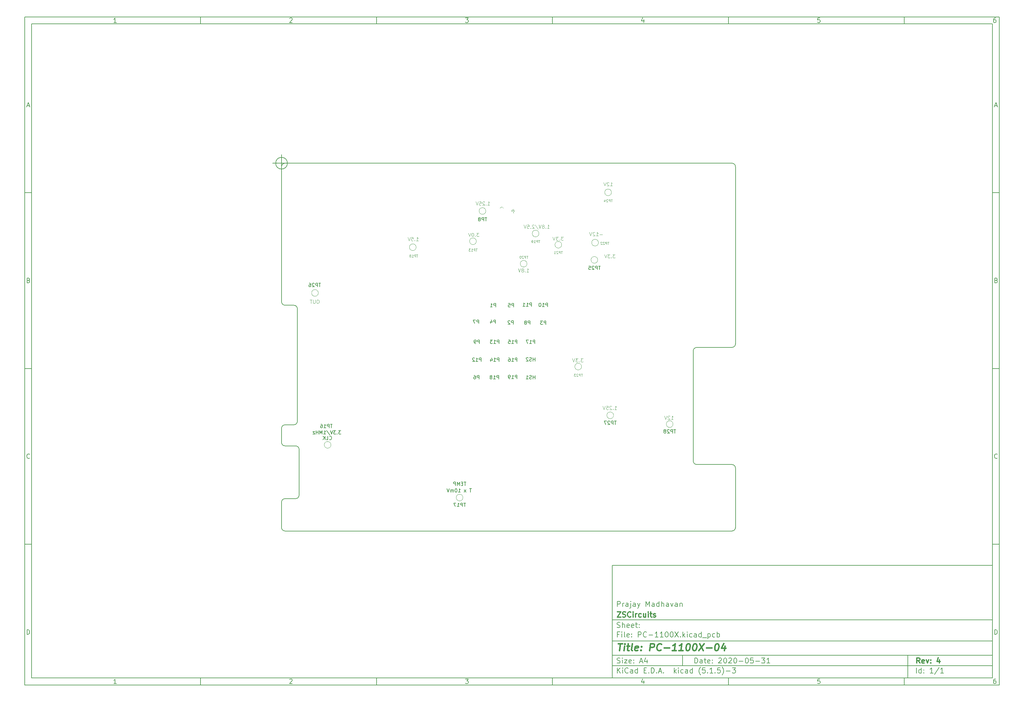
<source format=gbr>
G04 #@! TF.GenerationSoftware,KiCad,Pcbnew,(5.1.5)-3*
G04 #@! TF.CreationDate,2020-12-06T10:31:10+05:30*
G04 #@! TF.ProjectId,PC-1100X,50432d31-3130-4305-982e-6b696361645f,4*
G04 #@! TF.SameCoordinates,Original*
G04 #@! TF.FileFunction,Legend,Bot*
G04 #@! TF.FilePolarity,Positive*
%FSLAX46Y46*%
G04 Gerber Fmt 4.6, Leading zero omitted, Abs format (unit mm)*
G04 Created by KiCad (PCBNEW (5.1.5)-3) date 2020-12-06 10:31:10*
%MOMM*%
%LPD*%
G04 APERTURE LIST*
%ADD10C,0.100000*%
%ADD11C,0.150000*%
%ADD12C,0.300000*%
%ADD13C,0.400000*%
G04 #@! TA.AperFunction,Profile*
%ADD14C,0.150000*%
G04 #@! TD*
%ADD15C,0.200000*%
%ADD16C,0.120000*%
G04 APERTURE END LIST*
D10*
D11*
X177002200Y-166007200D02*
X177002200Y-198007200D01*
X285002200Y-198007200D01*
X285002200Y-166007200D01*
X177002200Y-166007200D01*
D10*
D11*
X10000000Y-10000000D02*
X10000000Y-200007200D01*
X287002200Y-200007200D01*
X287002200Y-10000000D01*
X10000000Y-10000000D01*
D10*
D11*
X12000000Y-12000000D02*
X12000000Y-198007200D01*
X285002200Y-198007200D01*
X285002200Y-12000000D01*
X12000000Y-12000000D01*
D10*
D11*
X60000000Y-12000000D02*
X60000000Y-10000000D01*
D10*
D11*
X110000000Y-12000000D02*
X110000000Y-10000000D01*
D10*
D11*
X160000000Y-12000000D02*
X160000000Y-10000000D01*
D10*
D11*
X210000000Y-12000000D02*
X210000000Y-10000000D01*
D10*
D11*
X260000000Y-12000000D02*
X260000000Y-10000000D01*
D10*
D11*
X36065476Y-11588095D02*
X35322619Y-11588095D01*
X35694047Y-11588095D02*
X35694047Y-10288095D01*
X35570238Y-10473809D01*
X35446428Y-10597619D01*
X35322619Y-10659523D01*
D10*
D11*
X85322619Y-10411904D02*
X85384523Y-10350000D01*
X85508333Y-10288095D01*
X85817857Y-10288095D01*
X85941666Y-10350000D01*
X86003571Y-10411904D01*
X86065476Y-10535714D01*
X86065476Y-10659523D01*
X86003571Y-10845238D01*
X85260714Y-11588095D01*
X86065476Y-11588095D01*
D10*
D11*
X135260714Y-10288095D02*
X136065476Y-10288095D01*
X135632142Y-10783333D01*
X135817857Y-10783333D01*
X135941666Y-10845238D01*
X136003571Y-10907142D01*
X136065476Y-11030952D01*
X136065476Y-11340476D01*
X136003571Y-11464285D01*
X135941666Y-11526190D01*
X135817857Y-11588095D01*
X135446428Y-11588095D01*
X135322619Y-11526190D01*
X135260714Y-11464285D01*
D10*
D11*
X185941666Y-10721428D02*
X185941666Y-11588095D01*
X185632142Y-10226190D02*
X185322619Y-11154761D01*
X186127380Y-11154761D01*
D10*
D11*
X236003571Y-10288095D02*
X235384523Y-10288095D01*
X235322619Y-10907142D01*
X235384523Y-10845238D01*
X235508333Y-10783333D01*
X235817857Y-10783333D01*
X235941666Y-10845238D01*
X236003571Y-10907142D01*
X236065476Y-11030952D01*
X236065476Y-11340476D01*
X236003571Y-11464285D01*
X235941666Y-11526190D01*
X235817857Y-11588095D01*
X235508333Y-11588095D01*
X235384523Y-11526190D01*
X235322619Y-11464285D01*
D10*
D11*
X285941666Y-10288095D02*
X285694047Y-10288095D01*
X285570238Y-10350000D01*
X285508333Y-10411904D01*
X285384523Y-10597619D01*
X285322619Y-10845238D01*
X285322619Y-11340476D01*
X285384523Y-11464285D01*
X285446428Y-11526190D01*
X285570238Y-11588095D01*
X285817857Y-11588095D01*
X285941666Y-11526190D01*
X286003571Y-11464285D01*
X286065476Y-11340476D01*
X286065476Y-11030952D01*
X286003571Y-10907142D01*
X285941666Y-10845238D01*
X285817857Y-10783333D01*
X285570238Y-10783333D01*
X285446428Y-10845238D01*
X285384523Y-10907142D01*
X285322619Y-11030952D01*
D10*
D11*
X60000000Y-198007200D02*
X60000000Y-200007200D01*
D10*
D11*
X110000000Y-198007200D02*
X110000000Y-200007200D01*
D10*
D11*
X160000000Y-198007200D02*
X160000000Y-200007200D01*
D10*
D11*
X210000000Y-198007200D02*
X210000000Y-200007200D01*
D10*
D11*
X260000000Y-198007200D02*
X260000000Y-200007200D01*
D10*
D11*
X36065476Y-199595295D02*
X35322619Y-199595295D01*
X35694047Y-199595295D02*
X35694047Y-198295295D01*
X35570238Y-198481009D01*
X35446428Y-198604819D01*
X35322619Y-198666723D01*
D10*
D11*
X85322619Y-198419104D02*
X85384523Y-198357200D01*
X85508333Y-198295295D01*
X85817857Y-198295295D01*
X85941666Y-198357200D01*
X86003571Y-198419104D01*
X86065476Y-198542914D01*
X86065476Y-198666723D01*
X86003571Y-198852438D01*
X85260714Y-199595295D01*
X86065476Y-199595295D01*
D10*
D11*
X135260714Y-198295295D02*
X136065476Y-198295295D01*
X135632142Y-198790533D01*
X135817857Y-198790533D01*
X135941666Y-198852438D01*
X136003571Y-198914342D01*
X136065476Y-199038152D01*
X136065476Y-199347676D01*
X136003571Y-199471485D01*
X135941666Y-199533390D01*
X135817857Y-199595295D01*
X135446428Y-199595295D01*
X135322619Y-199533390D01*
X135260714Y-199471485D01*
D10*
D11*
X185941666Y-198728628D02*
X185941666Y-199595295D01*
X185632142Y-198233390D02*
X185322619Y-199161961D01*
X186127380Y-199161961D01*
D10*
D11*
X236003571Y-198295295D02*
X235384523Y-198295295D01*
X235322619Y-198914342D01*
X235384523Y-198852438D01*
X235508333Y-198790533D01*
X235817857Y-198790533D01*
X235941666Y-198852438D01*
X236003571Y-198914342D01*
X236065476Y-199038152D01*
X236065476Y-199347676D01*
X236003571Y-199471485D01*
X235941666Y-199533390D01*
X235817857Y-199595295D01*
X235508333Y-199595295D01*
X235384523Y-199533390D01*
X235322619Y-199471485D01*
D10*
D11*
X285941666Y-198295295D02*
X285694047Y-198295295D01*
X285570238Y-198357200D01*
X285508333Y-198419104D01*
X285384523Y-198604819D01*
X285322619Y-198852438D01*
X285322619Y-199347676D01*
X285384523Y-199471485D01*
X285446428Y-199533390D01*
X285570238Y-199595295D01*
X285817857Y-199595295D01*
X285941666Y-199533390D01*
X286003571Y-199471485D01*
X286065476Y-199347676D01*
X286065476Y-199038152D01*
X286003571Y-198914342D01*
X285941666Y-198852438D01*
X285817857Y-198790533D01*
X285570238Y-198790533D01*
X285446428Y-198852438D01*
X285384523Y-198914342D01*
X285322619Y-199038152D01*
D10*
D11*
X10000000Y-60000000D02*
X12000000Y-60000000D01*
D10*
D11*
X10000000Y-110000000D02*
X12000000Y-110000000D01*
D10*
D11*
X10000000Y-160000000D02*
X12000000Y-160000000D01*
D10*
D11*
X10690476Y-35216666D02*
X11309523Y-35216666D01*
X10566666Y-35588095D02*
X11000000Y-34288095D01*
X11433333Y-35588095D01*
D10*
D11*
X11092857Y-84907142D02*
X11278571Y-84969047D01*
X11340476Y-85030952D01*
X11402380Y-85154761D01*
X11402380Y-85340476D01*
X11340476Y-85464285D01*
X11278571Y-85526190D01*
X11154761Y-85588095D01*
X10659523Y-85588095D01*
X10659523Y-84288095D01*
X11092857Y-84288095D01*
X11216666Y-84350000D01*
X11278571Y-84411904D01*
X11340476Y-84535714D01*
X11340476Y-84659523D01*
X11278571Y-84783333D01*
X11216666Y-84845238D01*
X11092857Y-84907142D01*
X10659523Y-84907142D01*
D10*
D11*
X11402380Y-135464285D02*
X11340476Y-135526190D01*
X11154761Y-135588095D01*
X11030952Y-135588095D01*
X10845238Y-135526190D01*
X10721428Y-135402380D01*
X10659523Y-135278571D01*
X10597619Y-135030952D01*
X10597619Y-134845238D01*
X10659523Y-134597619D01*
X10721428Y-134473809D01*
X10845238Y-134350000D01*
X11030952Y-134288095D01*
X11154761Y-134288095D01*
X11340476Y-134350000D01*
X11402380Y-134411904D01*
D10*
D11*
X10659523Y-185588095D02*
X10659523Y-184288095D01*
X10969047Y-184288095D01*
X11154761Y-184350000D01*
X11278571Y-184473809D01*
X11340476Y-184597619D01*
X11402380Y-184845238D01*
X11402380Y-185030952D01*
X11340476Y-185278571D01*
X11278571Y-185402380D01*
X11154761Y-185526190D01*
X10969047Y-185588095D01*
X10659523Y-185588095D01*
D10*
D11*
X287002200Y-60000000D02*
X285002200Y-60000000D01*
D10*
D11*
X287002200Y-110000000D02*
X285002200Y-110000000D01*
D10*
D11*
X287002200Y-160000000D02*
X285002200Y-160000000D01*
D10*
D11*
X285692676Y-35216666D02*
X286311723Y-35216666D01*
X285568866Y-35588095D02*
X286002200Y-34288095D01*
X286435533Y-35588095D01*
D10*
D11*
X286095057Y-84907142D02*
X286280771Y-84969047D01*
X286342676Y-85030952D01*
X286404580Y-85154761D01*
X286404580Y-85340476D01*
X286342676Y-85464285D01*
X286280771Y-85526190D01*
X286156961Y-85588095D01*
X285661723Y-85588095D01*
X285661723Y-84288095D01*
X286095057Y-84288095D01*
X286218866Y-84350000D01*
X286280771Y-84411904D01*
X286342676Y-84535714D01*
X286342676Y-84659523D01*
X286280771Y-84783333D01*
X286218866Y-84845238D01*
X286095057Y-84907142D01*
X285661723Y-84907142D01*
D10*
D11*
X286404580Y-135464285D02*
X286342676Y-135526190D01*
X286156961Y-135588095D01*
X286033152Y-135588095D01*
X285847438Y-135526190D01*
X285723628Y-135402380D01*
X285661723Y-135278571D01*
X285599819Y-135030952D01*
X285599819Y-134845238D01*
X285661723Y-134597619D01*
X285723628Y-134473809D01*
X285847438Y-134350000D01*
X286033152Y-134288095D01*
X286156961Y-134288095D01*
X286342676Y-134350000D01*
X286404580Y-134411904D01*
D10*
D11*
X285661723Y-185588095D02*
X285661723Y-184288095D01*
X285971247Y-184288095D01*
X286156961Y-184350000D01*
X286280771Y-184473809D01*
X286342676Y-184597619D01*
X286404580Y-184845238D01*
X286404580Y-185030952D01*
X286342676Y-185278571D01*
X286280771Y-185402380D01*
X286156961Y-185526190D01*
X285971247Y-185588095D01*
X285661723Y-185588095D01*
D10*
D11*
X200434342Y-193785771D02*
X200434342Y-192285771D01*
X200791485Y-192285771D01*
X201005771Y-192357200D01*
X201148628Y-192500057D01*
X201220057Y-192642914D01*
X201291485Y-192928628D01*
X201291485Y-193142914D01*
X201220057Y-193428628D01*
X201148628Y-193571485D01*
X201005771Y-193714342D01*
X200791485Y-193785771D01*
X200434342Y-193785771D01*
X202577200Y-193785771D02*
X202577200Y-193000057D01*
X202505771Y-192857200D01*
X202362914Y-192785771D01*
X202077200Y-192785771D01*
X201934342Y-192857200D01*
X202577200Y-193714342D02*
X202434342Y-193785771D01*
X202077200Y-193785771D01*
X201934342Y-193714342D01*
X201862914Y-193571485D01*
X201862914Y-193428628D01*
X201934342Y-193285771D01*
X202077200Y-193214342D01*
X202434342Y-193214342D01*
X202577200Y-193142914D01*
X203077200Y-192785771D02*
X203648628Y-192785771D01*
X203291485Y-192285771D02*
X203291485Y-193571485D01*
X203362914Y-193714342D01*
X203505771Y-193785771D01*
X203648628Y-193785771D01*
X204720057Y-193714342D02*
X204577200Y-193785771D01*
X204291485Y-193785771D01*
X204148628Y-193714342D01*
X204077200Y-193571485D01*
X204077200Y-193000057D01*
X204148628Y-192857200D01*
X204291485Y-192785771D01*
X204577200Y-192785771D01*
X204720057Y-192857200D01*
X204791485Y-193000057D01*
X204791485Y-193142914D01*
X204077200Y-193285771D01*
X205434342Y-193642914D02*
X205505771Y-193714342D01*
X205434342Y-193785771D01*
X205362914Y-193714342D01*
X205434342Y-193642914D01*
X205434342Y-193785771D01*
X205434342Y-192857200D02*
X205505771Y-192928628D01*
X205434342Y-193000057D01*
X205362914Y-192928628D01*
X205434342Y-192857200D01*
X205434342Y-193000057D01*
X207220057Y-192428628D02*
X207291485Y-192357200D01*
X207434342Y-192285771D01*
X207791485Y-192285771D01*
X207934342Y-192357200D01*
X208005771Y-192428628D01*
X208077200Y-192571485D01*
X208077200Y-192714342D01*
X208005771Y-192928628D01*
X207148628Y-193785771D01*
X208077200Y-193785771D01*
X209005771Y-192285771D02*
X209148628Y-192285771D01*
X209291485Y-192357200D01*
X209362914Y-192428628D01*
X209434342Y-192571485D01*
X209505771Y-192857200D01*
X209505771Y-193214342D01*
X209434342Y-193500057D01*
X209362914Y-193642914D01*
X209291485Y-193714342D01*
X209148628Y-193785771D01*
X209005771Y-193785771D01*
X208862914Y-193714342D01*
X208791485Y-193642914D01*
X208720057Y-193500057D01*
X208648628Y-193214342D01*
X208648628Y-192857200D01*
X208720057Y-192571485D01*
X208791485Y-192428628D01*
X208862914Y-192357200D01*
X209005771Y-192285771D01*
X210077200Y-192428628D02*
X210148628Y-192357200D01*
X210291485Y-192285771D01*
X210648628Y-192285771D01*
X210791485Y-192357200D01*
X210862914Y-192428628D01*
X210934342Y-192571485D01*
X210934342Y-192714342D01*
X210862914Y-192928628D01*
X210005771Y-193785771D01*
X210934342Y-193785771D01*
X211862914Y-192285771D02*
X212005771Y-192285771D01*
X212148628Y-192357200D01*
X212220057Y-192428628D01*
X212291485Y-192571485D01*
X212362914Y-192857200D01*
X212362914Y-193214342D01*
X212291485Y-193500057D01*
X212220057Y-193642914D01*
X212148628Y-193714342D01*
X212005771Y-193785771D01*
X211862914Y-193785771D01*
X211720057Y-193714342D01*
X211648628Y-193642914D01*
X211577200Y-193500057D01*
X211505771Y-193214342D01*
X211505771Y-192857200D01*
X211577200Y-192571485D01*
X211648628Y-192428628D01*
X211720057Y-192357200D01*
X211862914Y-192285771D01*
X213005771Y-193214342D02*
X214148628Y-193214342D01*
X215148628Y-192285771D02*
X215291485Y-192285771D01*
X215434342Y-192357200D01*
X215505771Y-192428628D01*
X215577200Y-192571485D01*
X215648628Y-192857200D01*
X215648628Y-193214342D01*
X215577200Y-193500057D01*
X215505771Y-193642914D01*
X215434342Y-193714342D01*
X215291485Y-193785771D01*
X215148628Y-193785771D01*
X215005771Y-193714342D01*
X214934342Y-193642914D01*
X214862914Y-193500057D01*
X214791485Y-193214342D01*
X214791485Y-192857200D01*
X214862914Y-192571485D01*
X214934342Y-192428628D01*
X215005771Y-192357200D01*
X215148628Y-192285771D01*
X217005771Y-192285771D02*
X216291485Y-192285771D01*
X216220057Y-193000057D01*
X216291485Y-192928628D01*
X216434342Y-192857200D01*
X216791485Y-192857200D01*
X216934342Y-192928628D01*
X217005771Y-193000057D01*
X217077200Y-193142914D01*
X217077200Y-193500057D01*
X217005771Y-193642914D01*
X216934342Y-193714342D01*
X216791485Y-193785771D01*
X216434342Y-193785771D01*
X216291485Y-193714342D01*
X216220057Y-193642914D01*
X217720057Y-193214342D02*
X218862914Y-193214342D01*
X219434342Y-192285771D02*
X220362914Y-192285771D01*
X219862914Y-192857200D01*
X220077200Y-192857200D01*
X220220057Y-192928628D01*
X220291485Y-193000057D01*
X220362914Y-193142914D01*
X220362914Y-193500057D01*
X220291485Y-193642914D01*
X220220057Y-193714342D01*
X220077200Y-193785771D01*
X219648628Y-193785771D01*
X219505771Y-193714342D01*
X219434342Y-193642914D01*
X221791485Y-193785771D02*
X220934342Y-193785771D01*
X221362914Y-193785771D02*
X221362914Y-192285771D01*
X221220057Y-192500057D01*
X221077200Y-192642914D01*
X220934342Y-192714342D01*
D10*
D11*
X177002200Y-194507200D02*
X285002200Y-194507200D01*
D10*
D11*
X178434342Y-196585771D02*
X178434342Y-195085771D01*
X179291485Y-196585771D02*
X178648628Y-195728628D01*
X179291485Y-195085771D02*
X178434342Y-195942914D01*
X179934342Y-196585771D02*
X179934342Y-195585771D01*
X179934342Y-195085771D02*
X179862914Y-195157200D01*
X179934342Y-195228628D01*
X180005771Y-195157200D01*
X179934342Y-195085771D01*
X179934342Y-195228628D01*
X181505771Y-196442914D02*
X181434342Y-196514342D01*
X181220057Y-196585771D01*
X181077200Y-196585771D01*
X180862914Y-196514342D01*
X180720057Y-196371485D01*
X180648628Y-196228628D01*
X180577200Y-195942914D01*
X180577200Y-195728628D01*
X180648628Y-195442914D01*
X180720057Y-195300057D01*
X180862914Y-195157200D01*
X181077200Y-195085771D01*
X181220057Y-195085771D01*
X181434342Y-195157200D01*
X181505771Y-195228628D01*
X182791485Y-196585771D02*
X182791485Y-195800057D01*
X182720057Y-195657200D01*
X182577200Y-195585771D01*
X182291485Y-195585771D01*
X182148628Y-195657200D01*
X182791485Y-196514342D02*
X182648628Y-196585771D01*
X182291485Y-196585771D01*
X182148628Y-196514342D01*
X182077200Y-196371485D01*
X182077200Y-196228628D01*
X182148628Y-196085771D01*
X182291485Y-196014342D01*
X182648628Y-196014342D01*
X182791485Y-195942914D01*
X184148628Y-196585771D02*
X184148628Y-195085771D01*
X184148628Y-196514342D02*
X184005771Y-196585771D01*
X183720057Y-196585771D01*
X183577200Y-196514342D01*
X183505771Y-196442914D01*
X183434342Y-196300057D01*
X183434342Y-195871485D01*
X183505771Y-195728628D01*
X183577200Y-195657200D01*
X183720057Y-195585771D01*
X184005771Y-195585771D01*
X184148628Y-195657200D01*
X186005771Y-195800057D02*
X186505771Y-195800057D01*
X186720057Y-196585771D02*
X186005771Y-196585771D01*
X186005771Y-195085771D01*
X186720057Y-195085771D01*
X187362914Y-196442914D02*
X187434342Y-196514342D01*
X187362914Y-196585771D01*
X187291485Y-196514342D01*
X187362914Y-196442914D01*
X187362914Y-196585771D01*
X188077200Y-196585771D02*
X188077200Y-195085771D01*
X188434342Y-195085771D01*
X188648628Y-195157200D01*
X188791485Y-195300057D01*
X188862914Y-195442914D01*
X188934342Y-195728628D01*
X188934342Y-195942914D01*
X188862914Y-196228628D01*
X188791485Y-196371485D01*
X188648628Y-196514342D01*
X188434342Y-196585771D01*
X188077200Y-196585771D01*
X189577200Y-196442914D02*
X189648628Y-196514342D01*
X189577200Y-196585771D01*
X189505771Y-196514342D01*
X189577200Y-196442914D01*
X189577200Y-196585771D01*
X190220057Y-196157200D02*
X190934342Y-196157200D01*
X190077200Y-196585771D02*
X190577200Y-195085771D01*
X191077200Y-196585771D01*
X191577200Y-196442914D02*
X191648628Y-196514342D01*
X191577200Y-196585771D01*
X191505771Y-196514342D01*
X191577200Y-196442914D01*
X191577200Y-196585771D01*
X194577200Y-196585771D02*
X194577200Y-195085771D01*
X194720057Y-196014342D02*
X195148628Y-196585771D01*
X195148628Y-195585771D02*
X194577200Y-196157200D01*
X195791485Y-196585771D02*
X195791485Y-195585771D01*
X195791485Y-195085771D02*
X195720057Y-195157200D01*
X195791485Y-195228628D01*
X195862914Y-195157200D01*
X195791485Y-195085771D01*
X195791485Y-195228628D01*
X197148628Y-196514342D02*
X197005771Y-196585771D01*
X196720057Y-196585771D01*
X196577200Y-196514342D01*
X196505771Y-196442914D01*
X196434342Y-196300057D01*
X196434342Y-195871485D01*
X196505771Y-195728628D01*
X196577200Y-195657200D01*
X196720057Y-195585771D01*
X197005771Y-195585771D01*
X197148628Y-195657200D01*
X198434342Y-196585771D02*
X198434342Y-195800057D01*
X198362914Y-195657200D01*
X198220057Y-195585771D01*
X197934342Y-195585771D01*
X197791485Y-195657200D01*
X198434342Y-196514342D02*
X198291485Y-196585771D01*
X197934342Y-196585771D01*
X197791485Y-196514342D01*
X197720057Y-196371485D01*
X197720057Y-196228628D01*
X197791485Y-196085771D01*
X197934342Y-196014342D01*
X198291485Y-196014342D01*
X198434342Y-195942914D01*
X199791485Y-196585771D02*
X199791485Y-195085771D01*
X199791485Y-196514342D02*
X199648628Y-196585771D01*
X199362914Y-196585771D01*
X199220057Y-196514342D01*
X199148628Y-196442914D01*
X199077200Y-196300057D01*
X199077200Y-195871485D01*
X199148628Y-195728628D01*
X199220057Y-195657200D01*
X199362914Y-195585771D01*
X199648628Y-195585771D01*
X199791485Y-195657200D01*
X202077200Y-197157200D02*
X202005771Y-197085771D01*
X201862914Y-196871485D01*
X201791485Y-196728628D01*
X201720057Y-196514342D01*
X201648628Y-196157200D01*
X201648628Y-195871485D01*
X201720057Y-195514342D01*
X201791485Y-195300057D01*
X201862914Y-195157200D01*
X202005771Y-194942914D01*
X202077200Y-194871485D01*
X203362914Y-195085771D02*
X202648628Y-195085771D01*
X202577200Y-195800057D01*
X202648628Y-195728628D01*
X202791485Y-195657200D01*
X203148628Y-195657200D01*
X203291485Y-195728628D01*
X203362914Y-195800057D01*
X203434342Y-195942914D01*
X203434342Y-196300057D01*
X203362914Y-196442914D01*
X203291485Y-196514342D01*
X203148628Y-196585771D01*
X202791485Y-196585771D01*
X202648628Y-196514342D01*
X202577200Y-196442914D01*
X204077200Y-196442914D02*
X204148628Y-196514342D01*
X204077200Y-196585771D01*
X204005771Y-196514342D01*
X204077200Y-196442914D01*
X204077200Y-196585771D01*
X205577200Y-196585771D02*
X204720057Y-196585771D01*
X205148628Y-196585771D02*
X205148628Y-195085771D01*
X205005771Y-195300057D01*
X204862914Y-195442914D01*
X204720057Y-195514342D01*
X206220057Y-196442914D02*
X206291485Y-196514342D01*
X206220057Y-196585771D01*
X206148628Y-196514342D01*
X206220057Y-196442914D01*
X206220057Y-196585771D01*
X207648628Y-195085771D02*
X206934342Y-195085771D01*
X206862914Y-195800057D01*
X206934342Y-195728628D01*
X207077200Y-195657200D01*
X207434342Y-195657200D01*
X207577200Y-195728628D01*
X207648628Y-195800057D01*
X207720057Y-195942914D01*
X207720057Y-196300057D01*
X207648628Y-196442914D01*
X207577200Y-196514342D01*
X207434342Y-196585771D01*
X207077200Y-196585771D01*
X206934342Y-196514342D01*
X206862914Y-196442914D01*
X208220057Y-197157200D02*
X208291485Y-197085771D01*
X208434342Y-196871485D01*
X208505771Y-196728628D01*
X208577200Y-196514342D01*
X208648628Y-196157200D01*
X208648628Y-195871485D01*
X208577200Y-195514342D01*
X208505771Y-195300057D01*
X208434342Y-195157200D01*
X208291485Y-194942914D01*
X208220057Y-194871485D01*
X209362914Y-196014342D02*
X210505771Y-196014342D01*
X211077200Y-195085771D02*
X212005771Y-195085771D01*
X211505771Y-195657200D01*
X211720057Y-195657200D01*
X211862914Y-195728628D01*
X211934342Y-195800057D01*
X212005771Y-195942914D01*
X212005771Y-196300057D01*
X211934342Y-196442914D01*
X211862914Y-196514342D01*
X211720057Y-196585771D01*
X211291485Y-196585771D01*
X211148628Y-196514342D01*
X211077200Y-196442914D01*
D10*
D11*
X177002200Y-191507200D02*
X285002200Y-191507200D01*
D10*
D12*
X264411485Y-193785771D02*
X263911485Y-193071485D01*
X263554342Y-193785771D02*
X263554342Y-192285771D01*
X264125771Y-192285771D01*
X264268628Y-192357200D01*
X264340057Y-192428628D01*
X264411485Y-192571485D01*
X264411485Y-192785771D01*
X264340057Y-192928628D01*
X264268628Y-193000057D01*
X264125771Y-193071485D01*
X263554342Y-193071485D01*
X265625771Y-193714342D02*
X265482914Y-193785771D01*
X265197200Y-193785771D01*
X265054342Y-193714342D01*
X264982914Y-193571485D01*
X264982914Y-193000057D01*
X265054342Y-192857200D01*
X265197200Y-192785771D01*
X265482914Y-192785771D01*
X265625771Y-192857200D01*
X265697200Y-193000057D01*
X265697200Y-193142914D01*
X264982914Y-193285771D01*
X266197200Y-192785771D02*
X266554342Y-193785771D01*
X266911485Y-192785771D01*
X267482914Y-193642914D02*
X267554342Y-193714342D01*
X267482914Y-193785771D01*
X267411485Y-193714342D01*
X267482914Y-193642914D01*
X267482914Y-193785771D01*
X267482914Y-192857200D02*
X267554342Y-192928628D01*
X267482914Y-193000057D01*
X267411485Y-192928628D01*
X267482914Y-192857200D01*
X267482914Y-193000057D01*
X269982914Y-192785771D02*
X269982914Y-193785771D01*
X269625771Y-192214342D02*
X269268628Y-193285771D01*
X270197200Y-193285771D01*
D10*
D11*
X178362914Y-193714342D02*
X178577200Y-193785771D01*
X178934342Y-193785771D01*
X179077200Y-193714342D01*
X179148628Y-193642914D01*
X179220057Y-193500057D01*
X179220057Y-193357200D01*
X179148628Y-193214342D01*
X179077200Y-193142914D01*
X178934342Y-193071485D01*
X178648628Y-193000057D01*
X178505771Y-192928628D01*
X178434342Y-192857200D01*
X178362914Y-192714342D01*
X178362914Y-192571485D01*
X178434342Y-192428628D01*
X178505771Y-192357200D01*
X178648628Y-192285771D01*
X179005771Y-192285771D01*
X179220057Y-192357200D01*
X179862914Y-193785771D02*
X179862914Y-192785771D01*
X179862914Y-192285771D02*
X179791485Y-192357200D01*
X179862914Y-192428628D01*
X179934342Y-192357200D01*
X179862914Y-192285771D01*
X179862914Y-192428628D01*
X180434342Y-192785771D02*
X181220057Y-192785771D01*
X180434342Y-193785771D01*
X181220057Y-193785771D01*
X182362914Y-193714342D02*
X182220057Y-193785771D01*
X181934342Y-193785771D01*
X181791485Y-193714342D01*
X181720057Y-193571485D01*
X181720057Y-193000057D01*
X181791485Y-192857200D01*
X181934342Y-192785771D01*
X182220057Y-192785771D01*
X182362914Y-192857200D01*
X182434342Y-193000057D01*
X182434342Y-193142914D01*
X181720057Y-193285771D01*
X183077200Y-193642914D02*
X183148628Y-193714342D01*
X183077200Y-193785771D01*
X183005771Y-193714342D01*
X183077200Y-193642914D01*
X183077200Y-193785771D01*
X183077200Y-192857200D02*
X183148628Y-192928628D01*
X183077200Y-193000057D01*
X183005771Y-192928628D01*
X183077200Y-192857200D01*
X183077200Y-193000057D01*
X184862914Y-193357200D02*
X185577200Y-193357200D01*
X184720057Y-193785771D02*
X185220057Y-192285771D01*
X185720057Y-193785771D01*
X186862914Y-192785771D02*
X186862914Y-193785771D01*
X186505771Y-192214342D02*
X186148628Y-193285771D01*
X187077200Y-193285771D01*
D10*
D11*
X263434342Y-196585771D02*
X263434342Y-195085771D01*
X264791485Y-196585771D02*
X264791485Y-195085771D01*
X264791485Y-196514342D02*
X264648628Y-196585771D01*
X264362914Y-196585771D01*
X264220057Y-196514342D01*
X264148628Y-196442914D01*
X264077200Y-196300057D01*
X264077200Y-195871485D01*
X264148628Y-195728628D01*
X264220057Y-195657200D01*
X264362914Y-195585771D01*
X264648628Y-195585771D01*
X264791485Y-195657200D01*
X265505771Y-196442914D02*
X265577200Y-196514342D01*
X265505771Y-196585771D01*
X265434342Y-196514342D01*
X265505771Y-196442914D01*
X265505771Y-196585771D01*
X265505771Y-195657200D02*
X265577200Y-195728628D01*
X265505771Y-195800057D01*
X265434342Y-195728628D01*
X265505771Y-195657200D01*
X265505771Y-195800057D01*
X268148628Y-196585771D02*
X267291485Y-196585771D01*
X267720057Y-196585771D02*
X267720057Y-195085771D01*
X267577200Y-195300057D01*
X267434342Y-195442914D01*
X267291485Y-195514342D01*
X269862914Y-195014342D02*
X268577200Y-196942914D01*
X271148628Y-196585771D02*
X270291485Y-196585771D01*
X270720057Y-196585771D02*
X270720057Y-195085771D01*
X270577200Y-195300057D01*
X270434342Y-195442914D01*
X270291485Y-195514342D01*
D10*
D11*
X177002200Y-187507200D02*
X285002200Y-187507200D01*
D10*
D13*
X178714580Y-188211961D02*
X179857438Y-188211961D01*
X179036009Y-190211961D02*
X179286009Y-188211961D01*
X180274104Y-190211961D02*
X180440771Y-188878628D01*
X180524104Y-188211961D02*
X180416961Y-188307200D01*
X180500295Y-188402438D01*
X180607438Y-188307200D01*
X180524104Y-188211961D01*
X180500295Y-188402438D01*
X181107438Y-188878628D02*
X181869342Y-188878628D01*
X181476485Y-188211961D02*
X181262200Y-189926247D01*
X181333628Y-190116723D01*
X181512200Y-190211961D01*
X181702676Y-190211961D01*
X182655057Y-190211961D02*
X182476485Y-190116723D01*
X182405057Y-189926247D01*
X182619342Y-188211961D01*
X184190771Y-190116723D02*
X183988390Y-190211961D01*
X183607438Y-190211961D01*
X183428866Y-190116723D01*
X183357438Y-189926247D01*
X183452676Y-189164342D01*
X183571723Y-188973866D01*
X183774104Y-188878628D01*
X184155057Y-188878628D01*
X184333628Y-188973866D01*
X184405057Y-189164342D01*
X184381247Y-189354819D01*
X183405057Y-189545295D01*
X185155057Y-190021485D02*
X185238390Y-190116723D01*
X185131247Y-190211961D01*
X185047914Y-190116723D01*
X185155057Y-190021485D01*
X185131247Y-190211961D01*
X185286009Y-188973866D02*
X185369342Y-189069104D01*
X185262200Y-189164342D01*
X185178866Y-189069104D01*
X185286009Y-188973866D01*
X185262200Y-189164342D01*
X187607438Y-190211961D02*
X187857438Y-188211961D01*
X188619342Y-188211961D01*
X188797914Y-188307200D01*
X188881247Y-188402438D01*
X188952676Y-188592914D01*
X188916961Y-188878628D01*
X188797914Y-189069104D01*
X188690771Y-189164342D01*
X188488390Y-189259580D01*
X187726485Y-189259580D01*
X190774104Y-190021485D02*
X190666961Y-190116723D01*
X190369342Y-190211961D01*
X190178866Y-190211961D01*
X189905057Y-190116723D01*
X189738390Y-189926247D01*
X189666961Y-189735771D01*
X189619342Y-189354819D01*
X189655057Y-189069104D01*
X189797914Y-188688152D01*
X189916961Y-188497676D01*
X190131247Y-188307200D01*
X190428866Y-188211961D01*
X190619342Y-188211961D01*
X190893152Y-188307200D01*
X190976485Y-188402438D01*
X191702676Y-189450057D02*
X193226485Y-189450057D01*
X195131247Y-190211961D02*
X193988390Y-190211961D01*
X194559819Y-190211961D02*
X194809819Y-188211961D01*
X194583628Y-188497676D01*
X194369342Y-188688152D01*
X194166961Y-188783390D01*
X197036009Y-190211961D02*
X195893152Y-190211961D01*
X196464580Y-190211961D02*
X196714580Y-188211961D01*
X196488390Y-188497676D01*
X196274104Y-188688152D01*
X196071723Y-188783390D01*
X198524104Y-188211961D02*
X198714580Y-188211961D01*
X198893152Y-188307200D01*
X198976485Y-188402438D01*
X199047914Y-188592914D01*
X199095533Y-188973866D01*
X199036009Y-189450057D01*
X198893152Y-189831009D01*
X198774104Y-190021485D01*
X198666961Y-190116723D01*
X198464580Y-190211961D01*
X198274104Y-190211961D01*
X198095533Y-190116723D01*
X198012200Y-190021485D01*
X197940771Y-189831009D01*
X197893152Y-189450057D01*
X197952676Y-188973866D01*
X198095533Y-188592914D01*
X198214580Y-188402438D01*
X198321723Y-188307200D01*
X198524104Y-188211961D01*
X200428866Y-188211961D02*
X200619342Y-188211961D01*
X200797914Y-188307200D01*
X200881247Y-188402438D01*
X200952676Y-188592914D01*
X201000295Y-188973866D01*
X200940771Y-189450057D01*
X200797914Y-189831009D01*
X200678866Y-190021485D01*
X200571723Y-190116723D01*
X200369342Y-190211961D01*
X200178866Y-190211961D01*
X200000295Y-190116723D01*
X199916961Y-190021485D01*
X199845533Y-189831009D01*
X199797914Y-189450057D01*
X199857438Y-188973866D01*
X200000295Y-188592914D01*
X200119342Y-188402438D01*
X200226485Y-188307200D01*
X200428866Y-188211961D01*
X201762200Y-188211961D02*
X202845533Y-190211961D01*
X203095533Y-188211961D02*
X201512200Y-190211961D01*
X203702676Y-189450057D02*
X205226485Y-189450057D01*
X206714580Y-188211961D02*
X206905057Y-188211961D01*
X207083628Y-188307200D01*
X207166961Y-188402438D01*
X207238390Y-188592914D01*
X207286009Y-188973866D01*
X207226485Y-189450057D01*
X207083628Y-189831009D01*
X206964580Y-190021485D01*
X206857438Y-190116723D01*
X206655057Y-190211961D01*
X206464580Y-190211961D01*
X206286009Y-190116723D01*
X206202676Y-190021485D01*
X206131247Y-189831009D01*
X206083628Y-189450057D01*
X206143152Y-188973866D01*
X206286009Y-188592914D01*
X206405057Y-188402438D01*
X206512200Y-188307200D01*
X206714580Y-188211961D01*
X209012200Y-188878628D02*
X208845533Y-190211961D01*
X208631247Y-188116723D02*
X207976485Y-189545295D01*
X209214580Y-189545295D01*
D10*
D11*
X178934342Y-185600057D02*
X178434342Y-185600057D01*
X178434342Y-186385771D02*
X178434342Y-184885771D01*
X179148628Y-184885771D01*
X179720057Y-186385771D02*
X179720057Y-185385771D01*
X179720057Y-184885771D02*
X179648628Y-184957200D01*
X179720057Y-185028628D01*
X179791485Y-184957200D01*
X179720057Y-184885771D01*
X179720057Y-185028628D01*
X180648628Y-186385771D02*
X180505771Y-186314342D01*
X180434342Y-186171485D01*
X180434342Y-184885771D01*
X181791485Y-186314342D02*
X181648628Y-186385771D01*
X181362914Y-186385771D01*
X181220057Y-186314342D01*
X181148628Y-186171485D01*
X181148628Y-185600057D01*
X181220057Y-185457200D01*
X181362914Y-185385771D01*
X181648628Y-185385771D01*
X181791485Y-185457200D01*
X181862914Y-185600057D01*
X181862914Y-185742914D01*
X181148628Y-185885771D01*
X182505771Y-186242914D02*
X182577200Y-186314342D01*
X182505771Y-186385771D01*
X182434342Y-186314342D01*
X182505771Y-186242914D01*
X182505771Y-186385771D01*
X182505771Y-185457200D02*
X182577200Y-185528628D01*
X182505771Y-185600057D01*
X182434342Y-185528628D01*
X182505771Y-185457200D01*
X182505771Y-185600057D01*
X184362914Y-186385771D02*
X184362914Y-184885771D01*
X184934342Y-184885771D01*
X185077200Y-184957200D01*
X185148628Y-185028628D01*
X185220057Y-185171485D01*
X185220057Y-185385771D01*
X185148628Y-185528628D01*
X185077200Y-185600057D01*
X184934342Y-185671485D01*
X184362914Y-185671485D01*
X186720057Y-186242914D02*
X186648628Y-186314342D01*
X186434342Y-186385771D01*
X186291485Y-186385771D01*
X186077200Y-186314342D01*
X185934342Y-186171485D01*
X185862914Y-186028628D01*
X185791485Y-185742914D01*
X185791485Y-185528628D01*
X185862914Y-185242914D01*
X185934342Y-185100057D01*
X186077200Y-184957200D01*
X186291485Y-184885771D01*
X186434342Y-184885771D01*
X186648628Y-184957200D01*
X186720057Y-185028628D01*
X187362914Y-185814342D02*
X188505771Y-185814342D01*
X190005771Y-186385771D02*
X189148628Y-186385771D01*
X189577200Y-186385771D02*
X189577200Y-184885771D01*
X189434342Y-185100057D01*
X189291485Y-185242914D01*
X189148628Y-185314342D01*
X191434342Y-186385771D02*
X190577200Y-186385771D01*
X191005771Y-186385771D02*
X191005771Y-184885771D01*
X190862914Y-185100057D01*
X190720057Y-185242914D01*
X190577200Y-185314342D01*
X192362914Y-184885771D02*
X192505771Y-184885771D01*
X192648628Y-184957200D01*
X192720057Y-185028628D01*
X192791485Y-185171485D01*
X192862914Y-185457200D01*
X192862914Y-185814342D01*
X192791485Y-186100057D01*
X192720057Y-186242914D01*
X192648628Y-186314342D01*
X192505771Y-186385771D01*
X192362914Y-186385771D01*
X192220057Y-186314342D01*
X192148628Y-186242914D01*
X192077200Y-186100057D01*
X192005771Y-185814342D01*
X192005771Y-185457200D01*
X192077200Y-185171485D01*
X192148628Y-185028628D01*
X192220057Y-184957200D01*
X192362914Y-184885771D01*
X193791485Y-184885771D02*
X193934342Y-184885771D01*
X194077200Y-184957200D01*
X194148628Y-185028628D01*
X194220057Y-185171485D01*
X194291485Y-185457200D01*
X194291485Y-185814342D01*
X194220057Y-186100057D01*
X194148628Y-186242914D01*
X194077200Y-186314342D01*
X193934342Y-186385771D01*
X193791485Y-186385771D01*
X193648628Y-186314342D01*
X193577200Y-186242914D01*
X193505771Y-186100057D01*
X193434342Y-185814342D01*
X193434342Y-185457200D01*
X193505771Y-185171485D01*
X193577200Y-185028628D01*
X193648628Y-184957200D01*
X193791485Y-184885771D01*
X194791485Y-184885771D02*
X195791485Y-186385771D01*
X195791485Y-184885771D02*
X194791485Y-186385771D01*
X196362914Y-186242914D02*
X196434342Y-186314342D01*
X196362914Y-186385771D01*
X196291485Y-186314342D01*
X196362914Y-186242914D01*
X196362914Y-186385771D01*
X197077200Y-186385771D02*
X197077200Y-184885771D01*
X197220057Y-185814342D02*
X197648628Y-186385771D01*
X197648628Y-185385771D02*
X197077200Y-185957200D01*
X198291485Y-186385771D02*
X198291485Y-185385771D01*
X198291485Y-184885771D02*
X198220057Y-184957200D01*
X198291485Y-185028628D01*
X198362914Y-184957200D01*
X198291485Y-184885771D01*
X198291485Y-185028628D01*
X199648628Y-186314342D02*
X199505771Y-186385771D01*
X199220057Y-186385771D01*
X199077200Y-186314342D01*
X199005771Y-186242914D01*
X198934342Y-186100057D01*
X198934342Y-185671485D01*
X199005771Y-185528628D01*
X199077200Y-185457200D01*
X199220057Y-185385771D01*
X199505771Y-185385771D01*
X199648628Y-185457200D01*
X200934342Y-186385771D02*
X200934342Y-185600057D01*
X200862914Y-185457200D01*
X200720057Y-185385771D01*
X200434342Y-185385771D01*
X200291485Y-185457200D01*
X200934342Y-186314342D02*
X200791485Y-186385771D01*
X200434342Y-186385771D01*
X200291485Y-186314342D01*
X200220057Y-186171485D01*
X200220057Y-186028628D01*
X200291485Y-185885771D01*
X200434342Y-185814342D01*
X200791485Y-185814342D01*
X200934342Y-185742914D01*
X202291485Y-186385771D02*
X202291485Y-184885771D01*
X202291485Y-186314342D02*
X202148628Y-186385771D01*
X201862914Y-186385771D01*
X201720057Y-186314342D01*
X201648628Y-186242914D01*
X201577200Y-186100057D01*
X201577200Y-185671485D01*
X201648628Y-185528628D01*
X201720057Y-185457200D01*
X201862914Y-185385771D01*
X202148628Y-185385771D01*
X202291485Y-185457200D01*
X202648628Y-186528628D02*
X203791485Y-186528628D01*
X204148628Y-185385771D02*
X204148628Y-186885771D01*
X204148628Y-185457200D02*
X204291485Y-185385771D01*
X204577200Y-185385771D01*
X204720057Y-185457200D01*
X204791485Y-185528628D01*
X204862914Y-185671485D01*
X204862914Y-186100057D01*
X204791485Y-186242914D01*
X204720057Y-186314342D01*
X204577200Y-186385771D01*
X204291485Y-186385771D01*
X204148628Y-186314342D01*
X206148628Y-186314342D02*
X206005771Y-186385771D01*
X205720057Y-186385771D01*
X205577200Y-186314342D01*
X205505771Y-186242914D01*
X205434342Y-186100057D01*
X205434342Y-185671485D01*
X205505771Y-185528628D01*
X205577200Y-185457200D01*
X205720057Y-185385771D01*
X206005771Y-185385771D01*
X206148628Y-185457200D01*
X206791485Y-186385771D02*
X206791485Y-184885771D01*
X206791485Y-185457200D02*
X206934342Y-185385771D01*
X207220057Y-185385771D01*
X207362914Y-185457200D01*
X207434342Y-185528628D01*
X207505771Y-185671485D01*
X207505771Y-186100057D01*
X207434342Y-186242914D01*
X207362914Y-186314342D01*
X207220057Y-186385771D01*
X206934342Y-186385771D01*
X206791485Y-186314342D01*
D10*
D11*
X177002200Y-181507200D02*
X285002200Y-181507200D01*
D10*
D11*
X178362914Y-183614342D02*
X178577200Y-183685771D01*
X178934342Y-183685771D01*
X179077200Y-183614342D01*
X179148628Y-183542914D01*
X179220057Y-183400057D01*
X179220057Y-183257200D01*
X179148628Y-183114342D01*
X179077200Y-183042914D01*
X178934342Y-182971485D01*
X178648628Y-182900057D01*
X178505771Y-182828628D01*
X178434342Y-182757200D01*
X178362914Y-182614342D01*
X178362914Y-182471485D01*
X178434342Y-182328628D01*
X178505771Y-182257200D01*
X178648628Y-182185771D01*
X179005771Y-182185771D01*
X179220057Y-182257200D01*
X179862914Y-183685771D02*
X179862914Y-182185771D01*
X180505771Y-183685771D02*
X180505771Y-182900057D01*
X180434342Y-182757200D01*
X180291485Y-182685771D01*
X180077200Y-182685771D01*
X179934342Y-182757200D01*
X179862914Y-182828628D01*
X181791485Y-183614342D02*
X181648628Y-183685771D01*
X181362914Y-183685771D01*
X181220057Y-183614342D01*
X181148628Y-183471485D01*
X181148628Y-182900057D01*
X181220057Y-182757200D01*
X181362914Y-182685771D01*
X181648628Y-182685771D01*
X181791485Y-182757200D01*
X181862914Y-182900057D01*
X181862914Y-183042914D01*
X181148628Y-183185771D01*
X183077200Y-183614342D02*
X182934342Y-183685771D01*
X182648628Y-183685771D01*
X182505771Y-183614342D01*
X182434342Y-183471485D01*
X182434342Y-182900057D01*
X182505771Y-182757200D01*
X182648628Y-182685771D01*
X182934342Y-182685771D01*
X183077200Y-182757200D01*
X183148628Y-182900057D01*
X183148628Y-183042914D01*
X182434342Y-183185771D01*
X183577200Y-182685771D02*
X184148628Y-182685771D01*
X183791485Y-182185771D02*
X183791485Y-183471485D01*
X183862914Y-183614342D01*
X184005771Y-183685771D01*
X184148628Y-183685771D01*
X184648628Y-183542914D02*
X184720057Y-183614342D01*
X184648628Y-183685771D01*
X184577200Y-183614342D01*
X184648628Y-183542914D01*
X184648628Y-183685771D01*
X184648628Y-182757200D02*
X184720057Y-182828628D01*
X184648628Y-182900057D01*
X184577200Y-182828628D01*
X184648628Y-182757200D01*
X184648628Y-182900057D01*
D10*
D12*
X178411485Y-179185771D02*
X179411485Y-179185771D01*
X178411485Y-180685771D01*
X179411485Y-180685771D01*
X179911485Y-180614342D02*
X180125771Y-180685771D01*
X180482914Y-180685771D01*
X180625771Y-180614342D01*
X180697200Y-180542914D01*
X180768628Y-180400057D01*
X180768628Y-180257200D01*
X180697200Y-180114342D01*
X180625771Y-180042914D01*
X180482914Y-179971485D01*
X180197200Y-179900057D01*
X180054342Y-179828628D01*
X179982914Y-179757200D01*
X179911485Y-179614342D01*
X179911485Y-179471485D01*
X179982914Y-179328628D01*
X180054342Y-179257200D01*
X180197200Y-179185771D01*
X180554342Y-179185771D01*
X180768628Y-179257200D01*
X182268628Y-180542914D02*
X182197200Y-180614342D01*
X181982914Y-180685771D01*
X181840057Y-180685771D01*
X181625771Y-180614342D01*
X181482914Y-180471485D01*
X181411485Y-180328628D01*
X181340057Y-180042914D01*
X181340057Y-179828628D01*
X181411485Y-179542914D01*
X181482914Y-179400057D01*
X181625771Y-179257200D01*
X181840057Y-179185771D01*
X181982914Y-179185771D01*
X182197200Y-179257200D01*
X182268628Y-179328628D01*
X182911485Y-180685771D02*
X182911485Y-179685771D01*
X182911485Y-179185771D02*
X182840057Y-179257200D01*
X182911485Y-179328628D01*
X182982914Y-179257200D01*
X182911485Y-179185771D01*
X182911485Y-179328628D01*
X183625771Y-180685771D02*
X183625771Y-179685771D01*
X183625771Y-179971485D02*
X183697200Y-179828628D01*
X183768628Y-179757200D01*
X183911485Y-179685771D01*
X184054342Y-179685771D01*
X185197200Y-180614342D02*
X185054342Y-180685771D01*
X184768628Y-180685771D01*
X184625771Y-180614342D01*
X184554342Y-180542914D01*
X184482914Y-180400057D01*
X184482914Y-179971485D01*
X184554342Y-179828628D01*
X184625771Y-179757200D01*
X184768628Y-179685771D01*
X185054342Y-179685771D01*
X185197200Y-179757200D01*
X186482914Y-179685771D02*
X186482914Y-180685771D01*
X185840057Y-179685771D02*
X185840057Y-180471485D01*
X185911485Y-180614342D01*
X186054342Y-180685771D01*
X186268628Y-180685771D01*
X186411485Y-180614342D01*
X186482914Y-180542914D01*
X187197200Y-180685771D02*
X187197200Y-179685771D01*
X187197200Y-179185771D02*
X187125771Y-179257200D01*
X187197200Y-179328628D01*
X187268628Y-179257200D01*
X187197200Y-179185771D01*
X187197200Y-179328628D01*
X187697200Y-179685771D02*
X188268628Y-179685771D01*
X187911485Y-179185771D02*
X187911485Y-180471485D01*
X187982914Y-180614342D01*
X188125771Y-180685771D01*
X188268628Y-180685771D01*
X188697200Y-180614342D02*
X188840057Y-180685771D01*
X189125771Y-180685771D01*
X189268628Y-180614342D01*
X189340057Y-180471485D01*
X189340057Y-180400057D01*
X189268628Y-180257200D01*
X189125771Y-180185771D01*
X188911485Y-180185771D01*
X188768628Y-180114342D01*
X188697200Y-179971485D01*
X188697200Y-179900057D01*
X188768628Y-179757200D01*
X188911485Y-179685771D01*
X189125771Y-179685771D01*
X189268628Y-179757200D01*
D10*
D11*
X178434342Y-177685771D02*
X178434342Y-176185771D01*
X179005771Y-176185771D01*
X179148628Y-176257200D01*
X179220057Y-176328628D01*
X179291485Y-176471485D01*
X179291485Y-176685771D01*
X179220057Y-176828628D01*
X179148628Y-176900057D01*
X179005771Y-176971485D01*
X178434342Y-176971485D01*
X179934342Y-177685771D02*
X179934342Y-176685771D01*
X179934342Y-176971485D02*
X180005771Y-176828628D01*
X180077200Y-176757200D01*
X180220057Y-176685771D01*
X180362914Y-176685771D01*
X181505771Y-177685771D02*
X181505771Y-176900057D01*
X181434342Y-176757200D01*
X181291485Y-176685771D01*
X181005771Y-176685771D01*
X180862914Y-176757200D01*
X181505771Y-177614342D02*
X181362914Y-177685771D01*
X181005771Y-177685771D01*
X180862914Y-177614342D01*
X180791485Y-177471485D01*
X180791485Y-177328628D01*
X180862914Y-177185771D01*
X181005771Y-177114342D01*
X181362914Y-177114342D01*
X181505771Y-177042914D01*
X182220057Y-176685771D02*
X182220057Y-177971485D01*
X182148628Y-178114342D01*
X182005771Y-178185771D01*
X181934342Y-178185771D01*
X182220057Y-176185771D02*
X182148628Y-176257200D01*
X182220057Y-176328628D01*
X182291485Y-176257200D01*
X182220057Y-176185771D01*
X182220057Y-176328628D01*
X183577200Y-177685771D02*
X183577200Y-176900057D01*
X183505771Y-176757200D01*
X183362914Y-176685771D01*
X183077200Y-176685771D01*
X182934342Y-176757200D01*
X183577200Y-177614342D02*
X183434342Y-177685771D01*
X183077200Y-177685771D01*
X182934342Y-177614342D01*
X182862914Y-177471485D01*
X182862914Y-177328628D01*
X182934342Y-177185771D01*
X183077200Y-177114342D01*
X183434342Y-177114342D01*
X183577200Y-177042914D01*
X184148628Y-176685771D02*
X184505771Y-177685771D01*
X184862914Y-176685771D02*
X184505771Y-177685771D01*
X184362914Y-178042914D01*
X184291485Y-178114342D01*
X184148628Y-178185771D01*
X186577200Y-177685771D02*
X186577200Y-176185771D01*
X187077200Y-177257200D01*
X187577200Y-176185771D01*
X187577200Y-177685771D01*
X188934342Y-177685771D02*
X188934342Y-176900057D01*
X188862914Y-176757200D01*
X188720057Y-176685771D01*
X188434342Y-176685771D01*
X188291485Y-176757200D01*
X188934342Y-177614342D02*
X188791485Y-177685771D01*
X188434342Y-177685771D01*
X188291485Y-177614342D01*
X188220057Y-177471485D01*
X188220057Y-177328628D01*
X188291485Y-177185771D01*
X188434342Y-177114342D01*
X188791485Y-177114342D01*
X188934342Y-177042914D01*
X190291485Y-177685771D02*
X190291485Y-176185771D01*
X190291485Y-177614342D02*
X190148628Y-177685771D01*
X189862914Y-177685771D01*
X189720057Y-177614342D01*
X189648628Y-177542914D01*
X189577200Y-177400057D01*
X189577200Y-176971485D01*
X189648628Y-176828628D01*
X189720057Y-176757200D01*
X189862914Y-176685771D01*
X190148628Y-176685771D01*
X190291485Y-176757200D01*
X191005771Y-177685771D02*
X191005771Y-176185771D01*
X191648628Y-177685771D02*
X191648628Y-176900057D01*
X191577200Y-176757200D01*
X191434342Y-176685771D01*
X191220057Y-176685771D01*
X191077200Y-176757200D01*
X191005771Y-176828628D01*
X193005771Y-177685771D02*
X193005771Y-176900057D01*
X192934342Y-176757200D01*
X192791485Y-176685771D01*
X192505771Y-176685771D01*
X192362914Y-176757200D01*
X193005771Y-177614342D02*
X192862914Y-177685771D01*
X192505771Y-177685771D01*
X192362914Y-177614342D01*
X192291485Y-177471485D01*
X192291485Y-177328628D01*
X192362914Y-177185771D01*
X192505771Y-177114342D01*
X192862914Y-177114342D01*
X193005771Y-177042914D01*
X193577200Y-176685771D02*
X193934342Y-177685771D01*
X194291485Y-176685771D01*
X195505771Y-177685771D02*
X195505771Y-176900057D01*
X195434342Y-176757200D01*
X195291485Y-176685771D01*
X195005771Y-176685771D01*
X194862914Y-176757200D01*
X195505771Y-177614342D02*
X195362914Y-177685771D01*
X195005771Y-177685771D01*
X194862914Y-177614342D01*
X194791485Y-177471485D01*
X194791485Y-177328628D01*
X194862914Y-177185771D01*
X195005771Y-177114342D01*
X195362914Y-177114342D01*
X195505771Y-177042914D01*
X196220057Y-176685771D02*
X196220057Y-177685771D01*
X196220057Y-176828628D02*
X196291485Y-176757200D01*
X196434342Y-176685771D01*
X196648628Y-176685771D01*
X196791485Y-176757200D01*
X196862914Y-176900057D01*
X196862914Y-177685771D01*
D10*
D11*
X197002200Y-191507200D02*
X197002200Y-194507200D01*
D10*
D11*
X261002200Y-191507200D02*
X261002200Y-198007200D01*
D14*
X84666666Y-51600000D02*
G75*
G03X84666666Y-51600000I-1666666J0D01*
G01*
X80500000Y-51600000D02*
X85500000Y-51600000D01*
X83000000Y-49100000D02*
X83000000Y-54100000D01*
D15*
X99876190Y-127652380D02*
X99257142Y-127652380D01*
X99590476Y-128033333D01*
X99447619Y-128033333D01*
X99352380Y-128080952D01*
X99304761Y-128128571D01*
X99257142Y-128223809D01*
X99257142Y-128461904D01*
X99304761Y-128557142D01*
X99352380Y-128604761D01*
X99447619Y-128652380D01*
X99733333Y-128652380D01*
X99828571Y-128604761D01*
X99876190Y-128557142D01*
X98828571Y-128557142D02*
X98780952Y-128604761D01*
X98828571Y-128652380D01*
X98876190Y-128604761D01*
X98828571Y-128557142D01*
X98828571Y-128652380D01*
X98447619Y-127652380D02*
X97828571Y-127652380D01*
X98161904Y-128033333D01*
X98019047Y-128033333D01*
X97923809Y-128080952D01*
X97876190Y-128128571D01*
X97828571Y-128223809D01*
X97828571Y-128461904D01*
X97876190Y-128557142D01*
X97923809Y-128604761D01*
X98019047Y-128652380D01*
X98304761Y-128652380D01*
X98400000Y-128604761D01*
X98447619Y-128557142D01*
X97542857Y-127652380D02*
X97209523Y-128652380D01*
X96876190Y-127652380D01*
X95828571Y-127604761D02*
X96685714Y-128890476D01*
X94971428Y-128652380D02*
X95542857Y-128652380D01*
X95257142Y-128652380D02*
X95257142Y-127652380D01*
X95352380Y-127795238D01*
X95447619Y-127890476D01*
X95542857Y-127938095D01*
X94542857Y-128652380D02*
X94542857Y-127652380D01*
X94209523Y-128366666D01*
X93876190Y-127652380D01*
X93876190Y-128652380D01*
X93400000Y-128652380D02*
X93400000Y-127652380D01*
X93400000Y-128128571D02*
X92828571Y-128128571D01*
X92828571Y-128652380D02*
X92828571Y-127652380D01*
X92447619Y-127985714D02*
X91923809Y-127985714D01*
X92447619Y-128652380D01*
X91923809Y-128652380D01*
X137000000Y-144152380D02*
X136428571Y-144152380D01*
X136714285Y-145152380D02*
X136714285Y-144152380D01*
X135428571Y-145152380D02*
X134904761Y-144485714D01*
X135428571Y-144485714D02*
X134904761Y-145152380D01*
X133238095Y-145152380D02*
X133809523Y-145152380D01*
X133523809Y-145152380D02*
X133523809Y-144152380D01*
X133619047Y-144295238D01*
X133714285Y-144390476D01*
X133809523Y-144438095D01*
X132619047Y-144152380D02*
X132523809Y-144152380D01*
X132428571Y-144200000D01*
X132380952Y-144247619D01*
X132333333Y-144342857D01*
X132285714Y-144533333D01*
X132285714Y-144771428D01*
X132333333Y-144961904D01*
X132380952Y-145057142D01*
X132428571Y-145104761D01*
X132523809Y-145152380D01*
X132619047Y-145152380D01*
X132714285Y-145104761D01*
X132761904Y-145057142D01*
X132809523Y-144961904D01*
X132857142Y-144771428D01*
X132857142Y-144533333D01*
X132809523Y-144342857D01*
X132761904Y-144247619D01*
X132714285Y-144200000D01*
X132619047Y-144152380D01*
X131857142Y-145152380D02*
X131857142Y-144485714D01*
X131857142Y-144580952D02*
X131809523Y-144533333D01*
X131714285Y-144485714D01*
X131571428Y-144485714D01*
X131476190Y-144533333D01*
X131428571Y-144628571D01*
X131428571Y-145152380D01*
X131428571Y-144628571D02*
X131380952Y-144533333D01*
X131285714Y-144485714D01*
X131142857Y-144485714D01*
X131047619Y-144533333D01*
X131000000Y-144628571D01*
X131000000Y-145152380D01*
X130666666Y-144152380D02*
X130333333Y-145152380D01*
X130000000Y-144152380D01*
X135409523Y-142252380D02*
X134838095Y-142252380D01*
X135123809Y-143252380D02*
X135123809Y-142252380D01*
X134504761Y-142728571D02*
X134171428Y-142728571D01*
X134028571Y-143252380D02*
X134504761Y-143252380D01*
X134504761Y-142252380D01*
X134028571Y-142252380D01*
X133600000Y-143252380D02*
X133600000Y-142252380D01*
X133266666Y-142966666D01*
X132933333Y-142252380D01*
X132933333Y-143252380D01*
X132457142Y-143252380D02*
X132457142Y-142252380D01*
X132076190Y-142252380D01*
X131980952Y-142300000D01*
X131933333Y-142347619D01*
X131885714Y-142442857D01*
X131885714Y-142585714D01*
X131933333Y-142680952D01*
X131980952Y-142728571D01*
X132076190Y-142776190D01*
X132457142Y-142776190D01*
D10*
X193719047Y-124452380D02*
X194290476Y-124452380D01*
X194004761Y-124452380D02*
X194004761Y-123452380D01*
X194100000Y-123595238D01*
X194195238Y-123690476D01*
X194290476Y-123738095D01*
X193338095Y-123547619D02*
X193290476Y-123500000D01*
X193195238Y-123452380D01*
X192957142Y-123452380D01*
X192861904Y-123500000D01*
X192814285Y-123547619D01*
X192766666Y-123642857D01*
X192766666Y-123738095D01*
X192814285Y-123880952D01*
X193385714Y-124452380D01*
X192766666Y-124452380D01*
X192480952Y-123452380D02*
X192147619Y-124452380D01*
X191814285Y-123452380D01*
X93400000Y-90452380D02*
X93209523Y-90452380D01*
X93114285Y-90500000D01*
X93019047Y-90595238D01*
X92971428Y-90785714D01*
X92971428Y-91119047D01*
X93019047Y-91309523D01*
X93114285Y-91404761D01*
X93209523Y-91452380D01*
X93400000Y-91452380D01*
X93495238Y-91404761D01*
X93590476Y-91309523D01*
X93638095Y-91119047D01*
X93638095Y-90785714D01*
X93590476Y-90595238D01*
X93495238Y-90500000D01*
X93400000Y-90452380D01*
X92542857Y-90452380D02*
X92542857Y-91261904D01*
X92495238Y-91357142D01*
X92447619Y-91404761D01*
X92352380Y-91452380D01*
X92161904Y-91452380D01*
X92066666Y-91404761D01*
X92019047Y-91357142D01*
X91971428Y-91261904D01*
X91971428Y-90452380D01*
X91638095Y-90452380D02*
X91066666Y-90452380D01*
X91352380Y-91452380D02*
X91352380Y-90452380D01*
D15*
X96595238Y-130157142D02*
X96642857Y-130204761D01*
X96785714Y-130252380D01*
X96880952Y-130252380D01*
X97023809Y-130204761D01*
X97119047Y-130109523D01*
X97166666Y-130014285D01*
X97214285Y-129823809D01*
X97214285Y-129680952D01*
X97166666Y-129490476D01*
X97119047Y-129395238D01*
X97023809Y-129300000D01*
X96880952Y-129252380D01*
X96785714Y-129252380D01*
X96642857Y-129300000D01*
X96595238Y-129347619D01*
X95690476Y-130252380D02*
X96166666Y-130252380D01*
X96166666Y-129252380D01*
X95357142Y-130252380D02*
X95357142Y-129252380D01*
X94785714Y-130252380D02*
X95214285Y-129680952D01*
X94785714Y-129252380D02*
X95357142Y-129823809D01*
D10*
X152657142Y-82552380D02*
X153228571Y-82552380D01*
X152942857Y-82552380D02*
X152942857Y-81552380D01*
X153038095Y-81695238D01*
X153133333Y-81790476D01*
X153228571Y-81838095D01*
X152228571Y-82457142D02*
X152180952Y-82504761D01*
X152228571Y-82552380D01*
X152276190Y-82504761D01*
X152228571Y-82457142D01*
X152228571Y-82552380D01*
X151609523Y-81980952D02*
X151704761Y-81933333D01*
X151752380Y-81885714D01*
X151800000Y-81790476D01*
X151800000Y-81742857D01*
X151752380Y-81647619D01*
X151704761Y-81600000D01*
X151609523Y-81552380D01*
X151419047Y-81552380D01*
X151323809Y-81600000D01*
X151276190Y-81647619D01*
X151228571Y-81742857D01*
X151228571Y-81790476D01*
X151276190Y-81885714D01*
X151323809Y-81933333D01*
X151419047Y-81980952D01*
X151609523Y-81980952D01*
X151704761Y-82028571D01*
X151752380Y-82076190D01*
X151800000Y-82171428D01*
X151800000Y-82361904D01*
X151752380Y-82457142D01*
X151704761Y-82504761D01*
X151609523Y-82552380D01*
X151419047Y-82552380D01*
X151323809Y-82504761D01*
X151276190Y-82457142D01*
X151228571Y-82361904D01*
X151228571Y-82171428D01*
X151276190Y-82076190D01*
X151323809Y-82028571D01*
X151419047Y-81980952D01*
X150942857Y-81552380D02*
X150609523Y-82552380D01*
X150276190Y-81552380D01*
X177776190Y-77552380D02*
X177157142Y-77552380D01*
X177490476Y-77933333D01*
X177347619Y-77933333D01*
X177252380Y-77980952D01*
X177204761Y-78028571D01*
X177157142Y-78123809D01*
X177157142Y-78361904D01*
X177204761Y-78457142D01*
X177252380Y-78504761D01*
X177347619Y-78552380D01*
X177633333Y-78552380D01*
X177728571Y-78504761D01*
X177776190Y-78457142D01*
X176728571Y-78457142D02*
X176680952Y-78504761D01*
X176728571Y-78552380D01*
X176776190Y-78504761D01*
X176728571Y-78457142D01*
X176728571Y-78552380D01*
X176347619Y-77552380D02*
X175728571Y-77552380D01*
X176061904Y-77933333D01*
X175919047Y-77933333D01*
X175823809Y-77980952D01*
X175776190Y-78028571D01*
X175728571Y-78123809D01*
X175728571Y-78361904D01*
X175776190Y-78457142D01*
X175823809Y-78504761D01*
X175919047Y-78552380D01*
X176204761Y-78552380D01*
X176300000Y-78504761D01*
X176347619Y-78457142D01*
X175442857Y-77552380D02*
X175109523Y-78552380D01*
X174776190Y-77552380D01*
X177633333Y-121652380D02*
X178204761Y-121652380D01*
X177919047Y-121652380D02*
X177919047Y-120652380D01*
X178014285Y-120795238D01*
X178109523Y-120890476D01*
X178204761Y-120938095D01*
X177204761Y-121557142D02*
X177157142Y-121604761D01*
X177204761Y-121652380D01*
X177252380Y-121604761D01*
X177204761Y-121557142D01*
X177204761Y-121652380D01*
X176776190Y-120747619D02*
X176728571Y-120700000D01*
X176633333Y-120652380D01*
X176395238Y-120652380D01*
X176300000Y-120700000D01*
X176252380Y-120747619D01*
X176204761Y-120842857D01*
X176204761Y-120938095D01*
X176252380Y-121080952D01*
X176823809Y-121652380D01*
X176204761Y-121652380D01*
X175300000Y-120652380D02*
X175776190Y-120652380D01*
X175823809Y-121128571D01*
X175776190Y-121080952D01*
X175680952Y-121033333D01*
X175442857Y-121033333D01*
X175347619Y-121080952D01*
X175300000Y-121128571D01*
X175252380Y-121223809D01*
X175252380Y-121461904D01*
X175300000Y-121557142D01*
X175347619Y-121604761D01*
X175442857Y-121652380D01*
X175680952Y-121652380D01*
X175776190Y-121604761D01*
X175823809Y-121557142D01*
X174966666Y-120652380D02*
X174633333Y-121652380D01*
X174300000Y-120652380D01*
X141533333Y-63552380D02*
X142104761Y-63552380D01*
X141819047Y-63552380D02*
X141819047Y-62552380D01*
X141914285Y-62695238D01*
X142009523Y-62790476D01*
X142104761Y-62838095D01*
X141104761Y-63457142D02*
X141057142Y-63504761D01*
X141104761Y-63552380D01*
X141152380Y-63504761D01*
X141104761Y-63457142D01*
X141104761Y-63552380D01*
X140676190Y-62647619D02*
X140628571Y-62600000D01*
X140533333Y-62552380D01*
X140295238Y-62552380D01*
X140200000Y-62600000D01*
X140152380Y-62647619D01*
X140104761Y-62742857D01*
X140104761Y-62838095D01*
X140152380Y-62980952D01*
X140723809Y-63552380D01*
X140104761Y-63552380D01*
X139200000Y-62552380D02*
X139676190Y-62552380D01*
X139723809Y-63028571D01*
X139676190Y-62980952D01*
X139580952Y-62933333D01*
X139342857Y-62933333D01*
X139247619Y-62980952D01*
X139200000Y-63028571D01*
X139152380Y-63123809D01*
X139152380Y-63361904D01*
X139200000Y-63457142D01*
X139247619Y-63504761D01*
X139342857Y-63552380D01*
X139580952Y-63552380D01*
X139676190Y-63504761D01*
X139723809Y-63457142D01*
X138866666Y-62552380D02*
X138533333Y-63552380D01*
X138200000Y-62552380D01*
X139076190Y-71452380D02*
X138457142Y-71452380D01*
X138790476Y-71833333D01*
X138647619Y-71833333D01*
X138552380Y-71880952D01*
X138504761Y-71928571D01*
X138457142Y-72023809D01*
X138457142Y-72261904D01*
X138504761Y-72357142D01*
X138552380Y-72404761D01*
X138647619Y-72452380D01*
X138933333Y-72452380D01*
X139028571Y-72404761D01*
X139076190Y-72357142D01*
X138028571Y-72357142D02*
X137980952Y-72404761D01*
X138028571Y-72452380D01*
X138076190Y-72404761D01*
X138028571Y-72357142D01*
X138028571Y-72452380D01*
X137361904Y-71452380D02*
X137266666Y-71452380D01*
X137171428Y-71500000D01*
X137123809Y-71547619D01*
X137076190Y-71642857D01*
X137028571Y-71833333D01*
X137028571Y-72071428D01*
X137076190Y-72261904D01*
X137123809Y-72357142D01*
X137171428Y-72404761D01*
X137266666Y-72452380D01*
X137361904Y-72452380D01*
X137457142Y-72404761D01*
X137504761Y-72357142D01*
X137552380Y-72261904D01*
X137600000Y-72071428D01*
X137600000Y-71833333D01*
X137552380Y-71642857D01*
X137504761Y-71547619D01*
X137457142Y-71500000D01*
X137361904Y-71452380D01*
X136742857Y-71452380D02*
X136409523Y-72452380D01*
X136076190Y-71452380D01*
X121257142Y-73652380D02*
X121828571Y-73652380D01*
X121542857Y-73652380D02*
X121542857Y-72652380D01*
X121638095Y-72795238D01*
X121733333Y-72890476D01*
X121828571Y-72938095D01*
X120828571Y-73557142D02*
X120780952Y-73604761D01*
X120828571Y-73652380D01*
X120876190Y-73604761D01*
X120828571Y-73557142D01*
X120828571Y-73652380D01*
X119876190Y-72652380D02*
X120352380Y-72652380D01*
X120400000Y-73128571D01*
X120352380Y-73080952D01*
X120257142Y-73033333D01*
X120019047Y-73033333D01*
X119923809Y-73080952D01*
X119876190Y-73128571D01*
X119828571Y-73223809D01*
X119828571Y-73461904D01*
X119876190Y-73557142D01*
X119923809Y-73604761D01*
X120019047Y-73652380D01*
X120257142Y-73652380D01*
X120352380Y-73604761D01*
X120400000Y-73557142D01*
X119542857Y-72652380D02*
X119209523Y-73652380D01*
X118876190Y-72652380D01*
X168676190Y-107152380D02*
X168057142Y-107152380D01*
X168390476Y-107533333D01*
X168247619Y-107533333D01*
X168152380Y-107580952D01*
X168104761Y-107628571D01*
X168057142Y-107723809D01*
X168057142Y-107961904D01*
X168104761Y-108057142D01*
X168152380Y-108104761D01*
X168247619Y-108152380D01*
X168533333Y-108152380D01*
X168628571Y-108104761D01*
X168676190Y-108057142D01*
X167628571Y-108057142D02*
X167580952Y-108104761D01*
X167628571Y-108152380D01*
X167676190Y-108104761D01*
X167628571Y-108057142D01*
X167628571Y-108152380D01*
X167247619Y-107152380D02*
X166628571Y-107152380D01*
X166961904Y-107533333D01*
X166819047Y-107533333D01*
X166723809Y-107580952D01*
X166676190Y-107628571D01*
X166628571Y-107723809D01*
X166628571Y-107961904D01*
X166676190Y-108057142D01*
X166723809Y-108104761D01*
X166819047Y-108152380D01*
X167104761Y-108152380D01*
X167200000Y-108104761D01*
X167247619Y-108057142D01*
X166342857Y-107152380D02*
X166009523Y-108152380D01*
X165676190Y-107152380D01*
X163076190Y-72552380D02*
X162457142Y-72552380D01*
X162790476Y-72933333D01*
X162647619Y-72933333D01*
X162552380Y-72980952D01*
X162504761Y-73028571D01*
X162457142Y-73123809D01*
X162457142Y-73361904D01*
X162504761Y-73457142D01*
X162552380Y-73504761D01*
X162647619Y-73552380D01*
X162933333Y-73552380D01*
X163028571Y-73504761D01*
X163076190Y-73457142D01*
X162028571Y-73457142D02*
X161980952Y-73504761D01*
X162028571Y-73552380D01*
X162076190Y-73504761D01*
X162028571Y-73457142D01*
X162028571Y-73552380D01*
X161647619Y-72552380D02*
X161028571Y-72552380D01*
X161361904Y-72933333D01*
X161219047Y-72933333D01*
X161123809Y-72980952D01*
X161076190Y-73028571D01*
X161028571Y-73123809D01*
X161028571Y-73361904D01*
X161076190Y-73457142D01*
X161123809Y-73504761D01*
X161219047Y-73552380D01*
X161504761Y-73552380D01*
X161600000Y-73504761D01*
X161647619Y-73457142D01*
X160742857Y-72552380D02*
X160409523Y-73552380D01*
X160076190Y-72552380D01*
X158499999Y-70152380D02*
X159071428Y-70152380D01*
X158785714Y-70152380D02*
X158785714Y-69152380D01*
X158880952Y-69295238D01*
X158976190Y-69390476D01*
X159071428Y-69438095D01*
X158071428Y-70057142D02*
X158023809Y-70104761D01*
X158071428Y-70152380D01*
X158119047Y-70104761D01*
X158071428Y-70057142D01*
X158071428Y-70152380D01*
X157452380Y-69580952D02*
X157547619Y-69533333D01*
X157595238Y-69485714D01*
X157642857Y-69390476D01*
X157642857Y-69342857D01*
X157595238Y-69247619D01*
X157547619Y-69200000D01*
X157452380Y-69152380D01*
X157261904Y-69152380D01*
X157166666Y-69200000D01*
X157119047Y-69247619D01*
X157071428Y-69342857D01*
X157071428Y-69390476D01*
X157119047Y-69485714D01*
X157166666Y-69533333D01*
X157261904Y-69580952D01*
X157452380Y-69580952D01*
X157547619Y-69628571D01*
X157595238Y-69676190D01*
X157642857Y-69771428D01*
X157642857Y-69961904D01*
X157595238Y-70057142D01*
X157547619Y-70104761D01*
X157452380Y-70152380D01*
X157261904Y-70152380D01*
X157166666Y-70104761D01*
X157119047Y-70057142D01*
X157071428Y-69961904D01*
X157071428Y-69771428D01*
X157119047Y-69676190D01*
X157166666Y-69628571D01*
X157261904Y-69580952D01*
X156785714Y-69152380D02*
X156452380Y-70152380D01*
X156119047Y-69152380D01*
X155071428Y-69104761D02*
X155928571Y-70390476D01*
X154785714Y-69247619D02*
X154738095Y-69200000D01*
X154642857Y-69152380D01*
X154404761Y-69152380D01*
X154309523Y-69200000D01*
X154261904Y-69247619D01*
X154214285Y-69342857D01*
X154214285Y-69438095D01*
X154261904Y-69580952D01*
X154833333Y-70152380D01*
X154214285Y-70152380D01*
X153785714Y-70057142D02*
X153738095Y-70104761D01*
X153785714Y-70152380D01*
X153833333Y-70104761D01*
X153785714Y-70057142D01*
X153785714Y-70152380D01*
X152833333Y-69152380D02*
X153309523Y-69152380D01*
X153357142Y-69628571D01*
X153309523Y-69580952D01*
X153214285Y-69533333D01*
X152976190Y-69533333D01*
X152880952Y-69580952D01*
X152833333Y-69628571D01*
X152785714Y-69723809D01*
X152785714Y-69961904D01*
X152833333Y-70057142D01*
X152880952Y-70104761D01*
X152976190Y-70152380D01*
X153214285Y-70152380D01*
X153309523Y-70104761D01*
X153357142Y-70057142D01*
X152499999Y-69152380D02*
X152166666Y-70152380D01*
X151833333Y-69152380D01*
X174161904Y-71871428D02*
X173400000Y-71871428D01*
X172400000Y-72252380D02*
X172971428Y-72252380D01*
X172685714Y-72252380D02*
X172685714Y-71252380D01*
X172780952Y-71395238D01*
X172876190Y-71490476D01*
X172971428Y-71538095D01*
X172019047Y-71347619D02*
X171971428Y-71300000D01*
X171876190Y-71252380D01*
X171638095Y-71252380D01*
X171542857Y-71300000D01*
X171495238Y-71347619D01*
X171447619Y-71442857D01*
X171447619Y-71538095D01*
X171495238Y-71680952D01*
X172066666Y-72252380D01*
X171447619Y-72252380D01*
X171161904Y-71252380D02*
X170828571Y-72252380D01*
X170495238Y-71252380D01*
X176419047Y-58052380D02*
X176990476Y-58052380D01*
X176704761Y-58052380D02*
X176704761Y-57052380D01*
X176800000Y-57195238D01*
X176895238Y-57290476D01*
X176990476Y-57338095D01*
X176038095Y-57147619D02*
X175990476Y-57100000D01*
X175895238Y-57052380D01*
X175657142Y-57052380D01*
X175561904Y-57100000D01*
X175514285Y-57147619D01*
X175466666Y-57242857D01*
X175466666Y-57338095D01*
X175514285Y-57480952D01*
X176085714Y-58052380D01*
X175466666Y-58052380D01*
X175180952Y-57052380D02*
X174847619Y-58052380D01*
X174514285Y-57052380D01*
D14*
X86500000Y-92000000D02*
G75*
G02X87500000Y-93000000I0J-1000000D01*
G01*
X211000000Y-51600000D02*
G75*
G02X212000000Y-52600000I0J-1000000D01*
G01*
X212000000Y-103000000D02*
G75*
G02X211000000Y-104000000I-1000000J0D01*
G01*
X200000000Y-105000000D02*
G75*
G02X201000000Y-104000000I1000000J0D01*
G01*
X201000000Y-137300000D02*
G75*
G02X200000000Y-136300000I0J1000000D01*
G01*
X211000000Y-137300000D02*
G75*
G02X212000000Y-138300000I0J-1000000D01*
G01*
X212000000Y-155200000D02*
G75*
G02X211000000Y-156200000I-1000000J0D01*
G01*
X84000000Y-156200000D02*
G75*
G02X83000000Y-155200000I0J1000000D01*
G01*
X83000000Y-148000000D02*
G75*
G02X84000000Y-147000000I1000000J0D01*
G01*
X88000000Y-146000000D02*
G75*
G02X87000000Y-147000000I-1000000J0D01*
G01*
X87000000Y-132000000D02*
G75*
G02X88000000Y-133000000I0J-1000000D01*
G01*
X86500000Y-126000000D02*
X84000000Y-126000000D01*
X87500000Y-125000000D02*
G75*
G02X86500000Y-126000000I-1000000J0D01*
G01*
X83000000Y-127000000D02*
G75*
G02X84000000Y-126000000I1000000J0D01*
G01*
X84000000Y-132000000D02*
G75*
G02X83000000Y-131000000I0J1000000D01*
G01*
X84000000Y-92000000D02*
G75*
G02X83000000Y-91000000I0J1000000D01*
G01*
X83000000Y-52600000D02*
G75*
G02X84000000Y-51600000I1000000J0D01*
G01*
X87000000Y-132000000D02*
X84000000Y-132000000D01*
X83000000Y-127000000D02*
X83000000Y-131000000D01*
X83000000Y-148000000D02*
X83000000Y-155200000D01*
X84000000Y-147000000D02*
X87000000Y-147000000D01*
X88000000Y-146000000D02*
X88000000Y-133000000D01*
X212000000Y-138300000D02*
X212000000Y-155200000D01*
X201000000Y-104000000D02*
X211000000Y-104000000D01*
X200000000Y-136300000D02*
X200000000Y-105000000D01*
X211000000Y-137300000D02*
X201000000Y-137300000D01*
X86500000Y-92000000D02*
X84000000Y-92000000D01*
X87500000Y-125000000D02*
X87500000Y-93000000D01*
X211000000Y-51600000D02*
X84000000Y-51600000D01*
X212000000Y-103000000D02*
X212000000Y-52600000D01*
X84000000Y-156200000D02*
X211000000Y-156200000D01*
X83000000Y-52600000D02*
X83000000Y-91000000D01*
D16*
G04 #@! TO.C,TP28*
X194250000Y-125800000D02*
G75*
G03X194250000Y-125800000I-950000J0D01*
G01*
G04 #@! TO.C,TP26*
X93450000Y-88500000D02*
G75*
G03X93450000Y-88500000I-950000J0D01*
G01*
G04 #@! TO.C,TP17*
X134550000Y-146700000D02*
G75*
G03X134550000Y-146700000I-950000J0D01*
G01*
G04 #@! TO.C,TP16*
X97050000Y-131700000D02*
G75*
G03X97050000Y-131700000I-950000J0D01*
G01*
G04 #@! TO.C,TP27*
X177350000Y-123300000D02*
G75*
G03X177350000Y-123300000I-950000J0D01*
G01*
G04 #@! TO.C,TP25*
X172850000Y-79100000D02*
G75*
G03X172850000Y-79100000I-950000J0D01*
G01*
G04 #@! TO.C,TP8*
X141050000Y-65200000D02*
G75*
G03X141050000Y-65200000I-950000J0D01*
G01*
G04 #@! TO.C,J5*
X145552962Y-63956910D02*
X145103949Y-64405923D01*
X146001974Y-64405923D02*
X145552962Y-63956910D01*
G04 #@! TO.C,TP19*
X156150000Y-71600000D02*
G75*
G03X156150000Y-71600000I-950000J0D01*
G01*
G04 #@! TO.C,TP13*
X138349992Y-73800008D02*
G75*
G03X138349992Y-73800008I-950000J0D01*
G01*
G04 #@! TO.C,TP18*
X121250000Y-75500000D02*
G75*
G03X121250000Y-75500000I-950000J0D01*
G01*
G04 #@! TO.C,TP21*
X162600000Y-74800000D02*
G75*
G03X162600000Y-74800000I-950000J0D01*
G01*
G04 #@! TO.C,TP22*
X173050000Y-74200000D02*
G75*
G03X173050000Y-74200000I-950000J0D01*
G01*
G04 #@! TO.C,TP24*
X176750000Y-59900000D02*
G75*
G03X176750000Y-59900000I-950000J0D01*
G01*
G04 #@! TO.C,TP23*
X168250000Y-109450000D02*
G75*
G03X168250000Y-109450000I-950000J0D01*
G01*
G04 #@! TO.C,TP20*
X152750000Y-80200000D02*
G75*
G03X152750000Y-80200000I-950000J0D01*
G01*
G04 #@! TD*
G04 #@! TO.C,P11*
D11*
X154059285Y-92332380D02*
X154059285Y-91332380D01*
X153678333Y-91332380D01*
X153583095Y-91380000D01*
X153535476Y-91427619D01*
X153487857Y-91522857D01*
X153487857Y-91665714D01*
X153535476Y-91760952D01*
X153583095Y-91808571D01*
X153678333Y-91856190D01*
X154059285Y-91856190D01*
X152535476Y-92332380D02*
X153106904Y-92332380D01*
X152821190Y-92332380D02*
X152821190Y-91332380D01*
X152916428Y-91475238D01*
X153011666Y-91570476D01*
X153106904Y-91618095D01*
X151583095Y-92332380D02*
X152154523Y-92332380D01*
X151868809Y-92332380D02*
X151868809Y-91332380D01*
X151964047Y-91475238D01*
X152059285Y-91570476D01*
X152154523Y-91618095D01*
G04 #@! TO.C,P10*
X158619285Y-92382380D02*
X158619285Y-91382380D01*
X158238333Y-91382380D01*
X158143095Y-91430000D01*
X158095476Y-91477619D01*
X158047857Y-91572857D01*
X158047857Y-91715714D01*
X158095476Y-91810952D01*
X158143095Y-91858571D01*
X158238333Y-91906190D01*
X158619285Y-91906190D01*
X157095476Y-92382380D02*
X157666904Y-92382380D01*
X157381190Y-92382380D02*
X157381190Y-91382380D01*
X157476428Y-91525238D01*
X157571666Y-91620476D01*
X157666904Y-91668095D01*
X156476428Y-91382380D02*
X156381190Y-91382380D01*
X156285952Y-91430000D01*
X156238333Y-91477619D01*
X156190714Y-91572857D01*
X156143095Y-91763333D01*
X156143095Y-92001428D01*
X156190714Y-92191904D01*
X156238333Y-92287142D01*
X156285952Y-92334761D01*
X156381190Y-92382380D01*
X156476428Y-92382380D01*
X156571666Y-92334761D01*
X156619285Y-92287142D01*
X156666904Y-92191904D01*
X156714523Y-92001428D01*
X156714523Y-91763333D01*
X156666904Y-91572857D01*
X156619285Y-91477619D01*
X156571666Y-91430000D01*
X156476428Y-91382380D01*
G04 #@! TO.C,P8*
X153583095Y-97432380D02*
X153583095Y-96432380D01*
X153202142Y-96432380D01*
X153106904Y-96480000D01*
X153059285Y-96527619D01*
X153011666Y-96622857D01*
X153011666Y-96765714D01*
X153059285Y-96860952D01*
X153106904Y-96908571D01*
X153202142Y-96956190D01*
X153583095Y-96956190D01*
X152440238Y-96860952D02*
X152535476Y-96813333D01*
X152583095Y-96765714D01*
X152630714Y-96670476D01*
X152630714Y-96622857D01*
X152583095Y-96527619D01*
X152535476Y-96480000D01*
X152440238Y-96432380D01*
X152249761Y-96432380D01*
X152154523Y-96480000D01*
X152106904Y-96527619D01*
X152059285Y-96622857D01*
X152059285Y-96670476D01*
X152106904Y-96765714D01*
X152154523Y-96813333D01*
X152249761Y-96860952D01*
X152440238Y-96860952D01*
X152535476Y-96908571D01*
X152583095Y-96956190D01*
X152630714Y-97051428D01*
X152630714Y-97241904D01*
X152583095Y-97337142D01*
X152535476Y-97384761D01*
X152440238Y-97432380D01*
X152249761Y-97432380D01*
X152154523Y-97384761D01*
X152106904Y-97337142D01*
X152059285Y-97241904D01*
X152059285Y-97051428D01*
X152106904Y-96956190D01*
X152154523Y-96908571D01*
X152249761Y-96860952D01*
G04 #@! TO.C,P5*
X148943095Y-92492380D02*
X148943095Y-91492380D01*
X148562142Y-91492380D01*
X148466904Y-91540000D01*
X148419285Y-91587619D01*
X148371666Y-91682857D01*
X148371666Y-91825714D01*
X148419285Y-91920952D01*
X148466904Y-91968571D01*
X148562142Y-92016190D01*
X148943095Y-92016190D01*
X147466904Y-91492380D02*
X147943095Y-91492380D01*
X147990714Y-91968571D01*
X147943095Y-91920952D01*
X147847857Y-91873333D01*
X147609761Y-91873333D01*
X147514523Y-91920952D01*
X147466904Y-91968571D01*
X147419285Y-92063809D01*
X147419285Y-92301904D01*
X147466904Y-92397142D01*
X147514523Y-92444761D01*
X147609761Y-92492380D01*
X147847857Y-92492380D01*
X147943095Y-92444761D01*
X147990714Y-92397142D01*
G04 #@! TO.C,P4*
X143838095Y-97177380D02*
X143838095Y-96177380D01*
X143457142Y-96177380D01*
X143361904Y-96225000D01*
X143314285Y-96272619D01*
X143266666Y-96367857D01*
X143266666Y-96510714D01*
X143314285Y-96605952D01*
X143361904Y-96653571D01*
X143457142Y-96701190D01*
X143838095Y-96701190D01*
X142409523Y-96510714D02*
X142409523Y-97177380D01*
X142647619Y-96129761D02*
X142885714Y-96844047D01*
X142266666Y-96844047D01*
G04 #@! TO.C,P3*
X158143095Y-97482380D02*
X158143095Y-96482380D01*
X157762142Y-96482380D01*
X157666904Y-96530000D01*
X157619285Y-96577619D01*
X157571666Y-96672857D01*
X157571666Y-96815714D01*
X157619285Y-96910952D01*
X157666904Y-96958571D01*
X157762142Y-97006190D01*
X158143095Y-97006190D01*
X157238333Y-96482380D02*
X156619285Y-96482380D01*
X156952619Y-96863333D01*
X156809761Y-96863333D01*
X156714523Y-96910952D01*
X156666904Y-96958571D01*
X156619285Y-97053809D01*
X156619285Y-97291904D01*
X156666904Y-97387142D01*
X156714523Y-97434761D01*
X156809761Y-97482380D01*
X157095476Y-97482380D01*
X157190714Y-97434761D01*
X157238333Y-97387142D01*
G04 #@! TO.C,P2*
X148838095Y-97377380D02*
X148838095Y-96377380D01*
X148457142Y-96377380D01*
X148361904Y-96425000D01*
X148314285Y-96472619D01*
X148266666Y-96567857D01*
X148266666Y-96710714D01*
X148314285Y-96805952D01*
X148361904Y-96853571D01*
X148457142Y-96901190D01*
X148838095Y-96901190D01*
X147885714Y-96472619D02*
X147838095Y-96425000D01*
X147742857Y-96377380D01*
X147504761Y-96377380D01*
X147409523Y-96425000D01*
X147361904Y-96472619D01*
X147314285Y-96567857D01*
X147314285Y-96663095D01*
X147361904Y-96805952D01*
X147933333Y-97377380D01*
X147314285Y-97377380D01*
G04 #@! TO.C,P1*
X143843095Y-92492380D02*
X143843095Y-91492380D01*
X143462142Y-91492380D01*
X143366904Y-91540000D01*
X143319285Y-91587619D01*
X143271666Y-91682857D01*
X143271666Y-91825714D01*
X143319285Y-91920952D01*
X143366904Y-91968571D01*
X143462142Y-92016190D01*
X143843095Y-92016190D01*
X142319285Y-92492380D02*
X142890714Y-92492380D01*
X142605000Y-92492380D02*
X142605000Y-91492380D01*
X142700238Y-91635238D01*
X142795476Y-91730476D01*
X142890714Y-91778095D01*
G04 #@! TO.C,HS1*
X155038095Y-112952380D02*
X155038095Y-111952380D01*
X155038095Y-112428571D02*
X154466666Y-112428571D01*
X154466666Y-112952380D02*
X154466666Y-111952380D01*
X154038095Y-112904761D02*
X153895238Y-112952380D01*
X153657142Y-112952380D01*
X153561904Y-112904761D01*
X153514285Y-112857142D01*
X153466666Y-112761904D01*
X153466666Y-112666666D01*
X153514285Y-112571428D01*
X153561904Y-112523809D01*
X153657142Y-112476190D01*
X153847619Y-112428571D01*
X153942857Y-112380952D01*
X153990476Y-112333333D01*
X154038095Y-112238095D01*
X154038095Y-112142857D01*
X153990476Y-112047619D01*
X153942857Y-112000000D01*
X153847619Y-111952380D01*
X153609523Y-111952380D01*
X153466666Y-112000000D01*
X152514285Y-112952380D02*
X153085714Y-112952380D01*
X152800000Y-112952380D02*
X152800000Y-111952380D01*
X152895238Y-112095238D01*
X152990476Y-112190476D01*
X153085714Y-112238095D01*
G04 #@! TO.C,TP28*
X195038095Y-127352380D02*
X194466666Y-127352380D01*
X194752380Y-128352380D02*
X194752380Y-127352380D01*
X194133333Y-128352380D02*
X194133333Y-127352380D01*
X193752380Y-127352380D01*
X193657142Y-127400000D01*
X193609523Y-127447619D01*
X193561904Y-127542857D01*
X193561904Y-127685714D01*
X193609523Y-127780952D01*
X193657142Y-127828571D01*
X193752380Y-127876190D01*
X194133333Y-127876190D01*
X193180952Y-127447619D02*
X193133333Y-127400000D01*
X193038095Y-127352380D01*
X192800000Y-127352380D01*
X192704761Y-127400000D01*
X192657142Y-127447619D01*
X192609523Y-127542857D01*
X192609523Y-127638095D01*
X192657142Y-127780952D01*
X193228571Y-128352380D01*
X192609523Y-128352380D01*
X192038095Y-127780952D02*
X192133333Y-127733333D01*
X192180952Y-127685714D01*
X192228571Y-127590476D01*
X192228571Y-127542857D01*
X192180952Y-127447619D01*
X192133333Y-127400000D01*
X192038095Y-127352380D01*
X191847619Y-127352380D01*
X191752380Y-127400000D01*
X191704761Y-127447619D01*
X191657142Y-127542857D01*
X191657142Y-127590476D01*
X191704761Y-127685714D01*
X191752380Y-127733333D01*
X191847619Y-127780952D01*
X192038095Y-127780952D01*
X192133333Y-127828571D01*
X192180952Y-127876190D01*
X192228571Y-127971428D01*
X192228571Y-128161904D01*
X192180952Y-128257142D01*
X192133333Y-128304761D01*
X192038095Y-128352380D01*
X191847619Y-128352380D01*
X191752380Y-128304761D01*
X191704761Y-128257142D01*
X191657142Y-128161904D01*
X191657142Y-127971428D01*
X191704761Y-127876190D01*
X191752380Y-127828571D01*
X191847619Y-127780952D01*
G04 #@! TO.C,P19*
X149914285Y-112877380D02*
X149914285Y-111877380D01*
X149533333Y-111877380D01*
X149438095Y-111925000D01*
X149390476Y-111972619D01*
X149342857Y-112067857D01*
X149342857Y-112210714D01*
X149390476Y-112305952D01*
X149438095Y-112353571D01*
X149533333Y-112401190D01*
X149914285Y-112401190D01*
X148390476Y-112877380D02*
X148961904Y-112877380D01*
X148676190Y-112877380D02*
X148676190Y-111877380D01*
X148771428Y-112020238D01*
X148866666Y-112115476D01*
X148961904Y-112163095D01*
X147914285Y-112877380D02*
X147723809Y-112877380D01*
X147628571Y-112829761D01*
X147580952Y-112782142D01*
X147485714Y-112639285D01*
X147438095Y-112448809D01*
X147438095Y-112067857D01*
X147485714Y-111972619D01*
X147533333Y-111925000D01*
X147628571Y-111877380D01*
X147819047Y-111877380D01*
X147914285Y-111925000D01*
X147961904Y-111972619D01*
X148009523Y-112067857D01*
X148009523Y-112305952D01*
X147961904Y-112401190D01*
X147914285Y-112448809D01*
X147819047Y-112496428D01*
X147628571Y-112496428D01*
X147533333Y-112448809D01*
X147485714Y-112401190D01*
X147438095Y-112305952D01*
G04 #@! TO.C,P18*
X144714285Y-112977380D02*
X144714285Y-111977380D01*
X144333333Y-111977380D01*
X144238095Y-112025000D01*
X144190476Y-112072619D01*
X144142857Y-112167857D01*
X144142857Y-112310714D01*
X144190476Y-112405952D01*
X144238095Y-112453571D01*
X144333333Y-112501190D01*
X144714285Y-112501190D01*
X143190476Y-112977380D02*
X143761904Y-112977380D01*
X143476190Y-112977380D02*
X143476190Y-111977380D01*
X143571428Y-112120238D01*
X143666666Y-112215476D01*
X143761904Y-112263095D01*
X142619047Y-112405952D02*
X142714285Y-112358333D01*
X142761904Y-112310714D01*
X142809523Y-112215476D01*
X142809523Y-112167857D01*
X142761904Y-112072619D01*
X142714285Y-112025000D01*
X142619047Y-111977380D01*
X142428571Y-111977380D01*
X142333333Y-112025000D01*
X142285714Y-112072619D01*
X142238095Y-112167857D01*
X142238095Y-112215476D01*
X142285714Y-112310714D01*
X142333333Y-112358333D01*
X142428571Y-112405952D01*
X142619047Y-112405952D01*
X142714285Y-112453571D01*
X142761904Y-112501190D01*
X142809523Y-112596428D01*
X142809523Y-112786904D01*
X142761904Y-112882142D01*
X142714285Y-112929761D01*
X142619047Y-112977380D01*
X142428571Y-112977380D01*
X142333333Y-112929761D01*
X142285714Y-112882142D01*
X142238095Y-112786904D01*
X142238095Y-112596428D01*
X142285714Y-112501190D01*
X142333333Y-112453571D01*
X142428571Y-112405952D01*
G04 #@! TO.C,P6*
X139138095Y-112977380D02*
X139138095Y-111977380D01*
X138757142Y-111977380D01*
X138661904Y-112025000D01*
X138614285Y-112072619D01*
X138566666Y-112167857D01*
X138566666Y-112310714D01*
X138614285Y-112405952D01*
X138661904Y-112453571D01*
X138757142Y-112501190D01*
X139138095Y-112501190D01*
X137709523Y-111977380D02*
X137900000Y-111977380D01*
X137995238Y-112025000D01*
X138042857Y-112072619D01*
X138138095Y-112215476D01*
X138185714Y-112405952D01*
X138185714Y-112786904D01*
X138138095Y-112882142D01*
X138090476Y-112929761D01*
X137995238Y-112977380D01*
X137804761Y-112977380D01*
X137709523Y-112929761D01*
X137661904Y-112882142D01*
X137614285Y-112786904D01*
X137614285Y-112548809D01*
X137661904Y-112453571D01*
X137709523Y-112405952D01*
X137804761Y-112358333D01*
X137995238Y-112358333D01*
X138090476Y-112405952D01*
X138138095Y-112453571D01*
X138185714Y-112548809D01*
G04 #@! TO.C,TP26*
X94138095Y-85752380D02*
X93566666Y-85752380D01*
X93852380Y-86752380D02*
X93852380Y-85752380D01*
X93233333Y-86752380D02*
X93233333Y-85752380D01*
X92852380Y-85752380D01*
X92757142Y-85800000D01*
X92709523Y-85847619D01*
X92661904Y-85942857D01*
X92661904Y-86085714D01*
X92709523Y-86180952D01*
X92757142Y-86228571D01*
X92852380Y-86276190D01*
X93233333Y-86276190D01*
X92280952Y-85847619D02*
X92233333Y-85800000D01*
X92138095Y-85752380D01*
X91900000Y-85752380D01*
X91804761Y-85800000D01*
X91757142Y-85847619D01*
X91709523Y-85942857D01*
X91709523Y-86038095D01*
X91757142Y-86180952D01*
X92328571Y-86752380D01*
X91709523Y-86752380D01*
X90852380Y-85752380D02*
X91042857Y-85752380D01*
X91138095Y-85800000D01*
X91185714Y-85847619D01*
X91280952Y-85990476D01*
X91328571Y-86180952D01*
X91328571Y-86561904D01*
X91280952Y-86657142D01*
X91233333Y-86704761D01*
X91138095Y-86752380D01*
X90947619Y-86752380D01*
X90852380Y-86704761D01*
X90804761Y-86657142D01*
X90757142Y-86561904D01*
X90757142Y-86323809D01*
X90804761Y-86228571D01*
X90852380Y-86180952D01*
X90947619Y-86133333D01*
X91138095Y-86133333D01*
X91233333Y-86180952D01*
X91280952Y-86228571D01*
X91328571Y-86323809D01*
G04 #@! TO.C,TP17*
X135338095Y-148252380D02*
X134766666Y-148252380D01*
X135052380Y-149252380D02*
X135052380Y-148252380D01*
X134433333Y-149252380D02*
X134433333Y-148252380D01*
X134052380Y-148252380D01*
X133957142Y-148300000D01*
X133909523Y-148347619D01*
X133861904Y-148442857D01*
X133861904Y-148585714D01*
X133909523Y-148680952D01*
X133957142Y-148728571D01*
X134052380Y-148776190D01*
X134433333Y-148776190D01*
X132909523Y-149252380D02*
X133480952Y-149252380D01*
X133195238Y-149252380D02*
X133195238Y-148252380D01*
X133290476Y-148395238D01*
X133385714Y-148490476D01*
X133480952Y-148538095D01*
X132576190Y-148252380D02*
X131909523Y-148252380D01*
X132338095Y-149252380D01*
G04 #@! TO.C,TP16*
X97438095Y-125852380D02*
X96866666Y-125852380D01*
X97152380Y-126852380D02*
X97152380Y-125852380D01*
X96533333Y-126852380D02*
X96533333Y-125852380D01*
X96152380Y-125852380D01*
X96057142Y-125900000D01*
X96009523Y-125947619D01*
X95961904Y-126042857D01*
X95961904Y-126185714D01*
X96009523Y-126280952D01*
X96057142Y-126328571D01*
X96152380Y-126376190D01*
X96533333Y-126376190D01*
X95009523Y-126852380D02*
X95580952Y-126852380D01*
X95295238Y-126852380D02*
X95295238Y-125852380D01*
X95390476Y-125995238D01*
X95485714Y-126090476D01*
X95580952Y-126138095D01*
X94152380Y-125852380D02*
X94342857Y-125852380D01*
X94438095Y-125900000D01*
X94485714Y-125947619D01*
X94580952Y-126090476D01*
X94628571Y-126280952D01*
X94628571Y-126661904D01*
X94580952Y-126757142D01*
X94533333Y-126804761D01*
X94438095Y-126852380D01*
X94247619Y-126852380D01*
X94152380Y-126804761D01*
X94104761Y-126757142D01*
X94057142Y-126661904D01*
X94057142Y-126423809D01*
X94104761Y-126328571D01*
X94152380Y-126280952D01*
X94247619Y-126233333D01*
X94438095Y-126233333D01*
X94533333Y-126280952D01*
X94580952Y-126328571D01*
X94628571Y-126423809D01*
G04 #@! TO.C,HS2*
X155038095Y-107877380D02*
X155038095Y-106877380D01*
X155038095Y-107353571D02*
X154466666Y-107353571D01*
X154466666Y-107877380D02*
X154466666Y-106877380D01*
X154038095Y-107829761D02*
X153895238Y-107877380D01*
X153657142Y-107877380D01*
X153561904Y-107829761D01*
X153514285Y-107782142D01*
X153466666Y-107686904D01*
X153466666Y-107591666D01*
X153514285Y-107496428D01*
X153561904Y-107448809D01*
X153657142Y-107401190D01*
X153847619Y-107353571D01*
X153942857Y-107305952D01*
X153990476Y-107258333D01*
X154038095Y-107163095D01*
X154038095Y-107067857D01*
X153990476Y-106972619D01*
X153942857Y-106925000D01*
X153847619Y-106877380D01*
X153609523Y-106877380D01*
X153466666Y-106925000D01*
X153085714Y-106972619D02*
X153038095Y-106925000D01*
X152942857Y-106877380D01*
X152704761Y-106877380D01*
X152609523Y-106925000D01*
X152561904Y-106972619D01*
X152514285Y-107067857D01*
X152514285Y-107163095D01*
X152561904Y-107305952D01*
X153133333Y-107877380D01*
X152514285Y-107877380D01*
G04 #@! TO.C,TP27*
X178138095Y-124952380D02*
X177566666Y-124952380D01*
X177852380Y-125952380D02*
X177852380Y-124952380D01*
X177233333Y-125952380D02*
X177233333Y-124952380D01*
X176852380Y-124952380D01*
X176757142Y-125000000D01*
X176709523Y-125047619D01*
X176661904Y-125142857D01*
X176661904Y-125285714D01*
X176709523Y-125380952D01*
X176757142Y-125428571D01*
X176852380Y-125476190D01*
X177233333Y-125476190D01*
X176280952Y-125047619D02*
X176233333Y-125000000D01*
X176138095Y-124952380D01*
X175900000Y-124952380D01*
X175804761Y-125000000D01*
X175757142Y-125047619D01*
X175709523Y-125142857D01*
X175709523Y-125238095D01*
X175757142Y-125380952D01*
X176328571Y-125952380D01*
X175709523Y-125952380D01*
X175376190Y-124952380D02*
X174709523Y-124952380D01*
X175138095Y-125952380D01*
G04 #@! TO.C,TP25*
X173638095Y-80852380D02*
X173066666Y-80852380D01*
X173352380Y-81852380D02*
X173352380Y-80852380D01*
X172733333Y-81852380D02*
X172733333Y-80852380D01*
X172352380Y-80852380D01*
X172257142Y-80900000D01*
X172209523Y-80947619D01*
X172161904Y-81042857D01*
X172161904Y-81185714D01*
X172209523Y-81280952D01*
X172257142Y-81328571D01*
X172352380Y-81376190D01*
X172733333Y-81376190D01*
X171780952Y-80947619D02*
X171733333Y-80900000D01*
X171638095Y-80852380D01*
X171400000Y-80852380D01*
X171304761Y-80900000D01*
X171257142Y-80947619D01*
X171209523Y-81042857D01*
X171209523Y-81138095D01*
X171257142Y-81280952D01*
X171828571Y-81852380D01*
X171209523Y-81852380D01*
X170304761Y-80852380D02*
X170780952Y-80852380D01*
X170828571Y-81328571D01*
X170780952Y-81280952D01*
X170685714Y-81233333D01*
X170447619Y-81233333D01*
X170352380Y-81280952D01*
X170304761Y-81328571D01*
X170257142Y-81423809D01*
X170257142Y-81661904D01*
X170304761Y-81757142D01*
X170352380Y-81804761D01*
X170447619Y-81852380D01*
X170685714Y-81852380D01*
X170780952Y-81804761D01*
X170828571Y-81757142D01*
G04 #@! TO.C,TP8*
X141361904Y-67052380D02*
X140790476Y-67052380D01*
X141076190Y-68052380D02*
X141076190Y-67052380D01*
X140457142Y-68052380D02*
X140457142Y-67052380D01*
X140076190Y-67052380D01*
X139980952Y-67100000D01*
X139933333Y-67147619D01*
X139885714Y-67242857D01*
X139885714Y-67385714D01*
X139933333Y-67480952D01*
X139980952Y-67528571D01*
X140076190Y-67576190D01*
X140457142Y-67576190D01*
X139314285Y-67480952D02*
X139409523Y-67433333D01*
X139457142Y-67385714D01*
X139504761Y-67290476D01*
X139504761Y-67242857D01*
X139457142Y-67147619D01*
X139409523Y-67100000D01*
X139314285Y-67052380D01*
X139123809Y-67052380D01*
X139028571Y-67100000D01*
X138980952Y-67147619D01*
X138933333Y-67242857D01*
X138933333Y-67290476D01*
X138980952Y-67385714D01*
X139028571Y-67433333D01*
X139123809Y-67480952D01*
X139314285Y-67480952D01*
X139409523Y-67528571D01*
X139457142Y-67576190D01*
X139504761Y-67671428D01*
X139504761Y-67861904D01*
X139457142Y-67957142D01*
X139409523Y-68004761D01*
X139314285Y-68052380D01*
X139123809Y-68052380D01*
X139028571Y-68004761D01*
X138980952Y-67957142D01*
X138933333Y-67861904D01*
X138933333Y-67671428D01*
X138980952Y-67576190D01*
X139028571Y-67528571D01*
X139123809Y-67480952D01*
G04 #@! TO.C,P7*
X139038095Y-97177380D02*
X139038095Y-96177380D01*
X138657142Y-96177380D01*
X138561904Y-96225000D01*
X138514285Y-96272619D01*
X138466666Y-96367857D01*
X138466666Y-96510714D01*
X138514285Y-96605952D01*
X138561904Y-96653571D01*
X138657142Y-96701190D01*
X139038095Y-96701190D01*
X138133333Y-96177380D02*
X137466666Y-96177380D01*
X137895238Y-97177380D01*
G04 #@! TO.C,J5*
D10*
X149245237Y-65084745D02*
X148891683Y-65438299D01*
X148844543Y-65532580D01*
X148844543Y-65626861D01*
X148891683Y-65721142D01*
X148938824Y-65768282D01*
X148773832Y-64613341D02*
X149009534Y-64849043D01*
X148797402Y-65108316D01*
X148797402Y-65061175D01*
X148773832Y-64990465D01*
X148655981Y-64872613D01*
X148585270Y-64849043D01*
X148538130Y-64849043D01*
X148467419Y-64872613D01*
X148349568Y-64990465D01*
X148325998Y-65061175D01*
X148325998Y-65108316D01*
X148349568Y-65179026D01*
X148467419Y-65296878D01*
X148538130Y-65320448D01*
X148585270Y-65320448D01*
G04 #@! TO.C,P17*
D11*
X155014285Y-102877380D02*
X155014285Y-101877380D01*
X154633333Y-101877380D01*
X154538095Y-101925000D01*
X154490476Y-101972619D01*
X154442857Y-102067857D01*
X154442857Y-102210714D01*
X154490476Y-102305952D01*
X154538095Y-102353571D01*
X154633333Y-102401190D01*
X155014285Y-102401190D01*
X153490476Y-102877380D02*
X154061904Y-102877380D01*
X153776190Y-102877380D02*
X153776190Y-101877380D01*
X153871428Y-102020238D01*
X153966666Y-102115476D01*
X154061904Y-102163095D01*
X153157142Y-101877380D02*
X152490476Y-101877380D01*
X152919047Y-102877380D01*
G04 #@! TO.C,P16*
X149914285Y-107977380D02*
X149914285Y-106977380D01*
X149533333Y-106977380D01*
X149438095Y-107025000D01*
X149390476Y-107072619D01*
X149342857Y-107167857D01*
X149342857Y-107310714D01*
X149390476Y-107405952D01*
X149438095Y-107453571D01*
X149533333Y-107501190D01*
X149914285Y-107501190D01*
X148390476Y-107977380D02*
X148961904Y-107977380D01*
X148676190Y-107977380D02*
X148676190Y-106977380D01*
X148771428Y-107120238D01*
X148866666Y-107215476D01*
X148961904Y-107263095D01*
X147533333Y-106977380D02*
X147723809Y-106977380D01*
X147819047Y-107025000D01*
X147866666Y-107072619D01*
X147961904Y-107215476D01*
X148009523Y-107405952D01*
X148009523Y-107786904D01*
X147961904Y-107882142D01*
X147914285Y-107929761D01*
X147819047Y-107977380D01*
X147628571Y-107977380D01*
X147533333Y-107929761D01*
X147485714Y-107882142D01*
X147438095Y-107786904D01*
X147438095Y-107548809D01*
X147485714Y-107453571D01*
X147533333Y-107405952D01*
X147628571Y-107358333D01*
X147819047Y-107358333D01*
X147914285Y-107405952D01*
X147961904Y-107453571D01*
X148009523Y-107548809D01*
G04 #@! TO.C,P15*
X149914285Y-102877380D02*
X149914285Y-101877380D01*
X149533333Y-101877380D01*
X149438095Y-101925000D01*
X149390476Y-101972619D01*
X149342857Y-102067857D01*
X149342857Y-102210714D01*
X149390476Y-102305952D01*
X149438095Y-102353571D01*
X149533333Y-102401190D01*
X149914285Y-102401190D01*
X148390476Y-102877380D02*
X148961904Y-102877380D01*
X148676190Y-102877380D02*
X148676190Y-101877380D01*
X148771428Y-102020238D01*
X148866666Y-102115476D01*
X148961904Y-102163095D01*
X147485714Y-101877380D02*
X147961904Y-101877380D01*
X148009523Y-102353571D01*
X147961904Y-102305952D01*
X147866666Y-102258333D01*
X147628571Y-102258333D01*
X147533333Y-102305952D01*
X147485714Y-102353571D01*
X147438095Y-102448809D01*
X147438095Y-102686904D01*
X147485714Y-102782142D01*
X147533333Y-102829761D01*
X147628571Y-102877380D01*
X147866666Y-102877380D01*
X147961904Y-102829761D01*
X148009523Y-102782142D01*
G04 #@! TO.C,P14*
X144814285Y-107977380D02*
X144814285Y-106977380D01*
X144433333Y-106977380D01*
X144338095Y-107025000D01*
X144290476Y-107072619D01*
X144242857Y-107167857D01*
X144242857Y-107310714D01*
X144290476Y-107405952D01*
X144338095Y-107453571D01*
X144433333Y-107501190D01*
X144814285Y-107501190D01*
X143290476Y-107977380D02*
X143861904Y-107977380D01*
X143576190Y-107977380D02*
X143576190Y-106977380D01*
X143671428Y-107120238D01*
X143766666Y-107215476D01*
X143861904Y-107263095D01*
X142433333Y-107310714D02*
X142433333Y-107977380D01*
X142671428Y-106929761D02*
X142909523Y-107644047D01*
X142290476Y-107644047D01*
G04 #@! TO.C,P13*
X144814285Y-102877380D02*
X144814285Y-101877380D01*
X144433333Y-101877380D01*
X144338095Y-101925000D01*
X144290476Y-101972619D01*
X144242857Y-102067857D01*
X144242857Y-102210714D01*
X144290476Y-102305952D01*
X144338095Y-102353571D01*
X144433333Y-102401190D01*
X144814285Y-102401190D01*
X143290476Y-102877380D02*
X143861904Y-102877380D01*
X143576190Y-102877380D02*
X143576190Y-101877380D01*
X143671428Y-102020238D01*
X143766666Y-102115476D01*
X143861904Y-102163095D01*
X142957142Y-101877380D02*
X142338095Y-101877380D01*
X142671428Y-102258333D01*
X142528571Y-102258333D01*
X142433333Y-102305952D01*
X142385714Y-102353571D01*
X142338095Y-102448809D01*
X142338095Y-102686904D01*
X142385714Y-102782142D01*
X142433333Y-102829761D01*
X142528571Y-102877380D01*
X142814285Y-102877380D01*
X142909523Y-102829761D01*
X142957142Y-102782142D01*
G04 #@! TO.C,P12*
X139714285Y-107977380D02*
X139714285Y-106977380D01*
X139333333Y-106977380D01*
X139238095Y-107025000D01*
X139190476Y-107072619D01*
X139142857Y-107167857D01*
X139142857Y-107310714D01*
X139190476Y-107405952D01*
X139238095Y-107453571D01*
X139333333Y-107501190D01*
X139714285Y-107501190D01*
X138190476Y-107977380D02*
X138761904Y-107977380D01*
X138476190Y-107977380D02*
X138476190Y-106977380D01*
X138571428Y-107120238D01*
X138666666Y-107215476D01*
X138761904Y-107263095D01*
X137809523Y-107072619D02*
X137761904Y-107025000D01*
X137666666Y-106977380D01*
X137428571Y-106977380D01*
X137333333Y-107025000D01*
X137285714Y-107072619D01*
X137238095Y-107167857D01*
X137238095Y-107263095D01*
X137285714Y-107405952D01*
X137857142Y-107977380D01*
X137238095Y-107977380D01*
G04 #@! TO.C,P9*
X139238095Y-102877380D02*
X139238095Y-101877380D01*
X138857142Y-101877380D01*
X138761904Y-101925000D01*
X138714285Y-101972619D01*
X138666666Y-102067857D01*
X138666666Y-102210714D01*
X138714285Y-102305952D01*
X138761904Y-102353571D01*
X138857142Y-102401190D01*
X139238095Y-102401190D01*
X138190476Y-102877380D02*
X138000000Y-102877380D01*
X137904761Y-102829761D01*
X137857142Y-102782142D01*
X137761904Y-102639285D01*
X137714285Y-102448809D01*
X137714285Y-102067857D01*
X137761904Y-101972619D01*
X137809523Y-101925000D01*
X137904761Y-101877380D01*
X138095238Y-101877380D01*
X138190476Y-101925000D01*
X138238095Y-101972619D01*
X138285714Y-102067857D01*
X138285714Y-102305952D01*
X138238095Y-102401190D01*
X138190476Y-102448809D01*
X138095238Y-102496428D01*
X137904761Y-102496428D01*
X137809523Y-102448809D01*
X137761904Y-102401190D01*
X137714285Y-102305952D01*
G04 #@! TO.C,TP19*
D10*
X156416666Y-73516666D02*
X156016666Y-73516666D01*
X156216666Y-74216666D02*
X156216666Y-73516666D01*
X155783333Y-74216666D02*
X155783333Y-73516666D01*
X155516666Y-73516666D01*
X155450000Y-73550000D01*
X155416666Y-73583333D01*
X155383333Y-73650000D01*
X155383333Y-73750000D01*
X155416666Y-73816666D01*
X155450000Y-73850000D01*
X155516666Y-73883333D01*
X155783333Y-73883333D01*
X154716666Y-74216666D02*
X155116666Y-74216666D01*
X154916666Y-74216666D02*
X154916666Y-73516666D01*
X154983333Y-73616666D01*
X155050000Y-73683333D01*
X155116666Y-73716666D01*
X154383333Y-74216666D02*
X154250000Y-74216666D01*
X154183333Y-74183333D01*
X154150000Y-74150000D01*
X154083333Y-74050000D01*
X154050000Y-73916666D01*
X154050000Y-73650000D01*
X154083333Y-73583333D01*
X154116666Y-73550000D01*
X154183333Y-73516666D01*
X154316666Y-73516666D01*
X154383333Y-73550000D01*
X154416666Y-73583333D01*
X154450000Y-73650000D01*
X154450000Y-73816666D01*
X154416666Y-73883333D01*
X154383333Y-73916666D01*
X154316666Y-73950000D01*
X154183333Y-73950000D01*
X154116666Y-73916666D01*
X154083333Y-73883333D01*
X154050000Y-73816666D01*
G04 #@! TO.C,TP13*
X138616658Y-75916666D02*
X138216658Y-75916666D01*
X138416658Y-76616666D02*
X138416658Y-75916666D01*
X137983325Y-76616666D02*
X137983325Y-75916666D01*
X137716658Y-75916666D01*
X137649992Y-75950000D01*
X137616658Y-75983333D01*
X137583325Y-76050000D01*
X137583325Y-76150000D01*
X137616658Y-76216666D01*
X137649992Y-76250000D01*
X137716658Y-76283333D01*
X137983325Y-76283333D01*
X136916658Y-76616666D02*
X137316658Y-76616666D01*
X137116658Y-76616666D02*
X137116658Y-75916666D01*
X137183325Y-76016666D01*
X137249992Y-76083333D01*
X137316658Y-76116666D01*
X136683325Y-75916666D02*
X136249992Y-75916666D01*
X136483325Y-76183333D01*
X136383325Y-76183333D01*
X136316658Y-76216666D01*
X136283325Y-76250000D01*
X136249992Y-76316666D01*
X136249992Y-76483333D01*
X136283325Y-76550000D01*
X136316658Y-76583333D01*
X136383325Y-76616666D01*
X136583325Y-76616666D01*
X136649992Y-76583333D01*
X136683325Y-76550000D01*
G04 #@! TO.C,TP18*
X121716666Y-77616666D02*
X121316666Y-77616666D01*
X121516666Y-78316666D02*
X121516666Y-77616666D01*
X121083333Y-78316666D02*
X121083333Y-77616666D01*
X120816666Y-77616666D01*
X120750000Y-77650000D01*
X120716666Y-77683333D01*
X120683333Y-77750000D01*
X120683333Y-77850000D01*
X120716666Y-77916666D01*
X120750000Y-77950000D01*
X120816666Y-77983333D01*
X121083333Y-77983333D01*
X120016666Y-78316666D02*
X120416666Y-78316666D01*
X120216666Y-78316666D02*
X120216666Y-77616666D01*
X120283333Y-77716666D01*
X120350000Y-77783333D01*
X120416666Y-77816666D01*
X119616666Y-77916666D02*
X119683333Y-77883333D01*
X119716666Y-77850000D01*
X119750000Y-77783333D01*
X119750000Y-77750000D01*
X119716666Y-77683333D01*
X119683333Y-77650000D01*
X119616666Y-77616666D01*
X119483333Y-77616666D01*
X119416666Y-77650000D01*
X119383333Y-77683333D01*
X119350000Y-77750000D01*
X119350000Y-77783333D01*
X119383333Y-77850000D01*
X119416666Y-77883333D01*
X119483333Y-77916666D01*
X119616666Y-77916666D01*
X119683333Y-77950000D01*
X119716666Y-77983333D01*
X119750000Y-78050000D01*
X119750000Y-78183333D01*
X119716666Y-78250000D01*
X119683333Y-78283333D01*
X119616666Y-78316666D01*
X119483333Y-78316666D01*
X119416666Y-78283333D01*
X119383333Y-78250000D01*
X119350000Y-78183333D01*
X119350000Y-78050000D01*
X119383333Y-77983333D01*
X119416666Y-77950000D01*
X119483333Y-77916666D01*
G04 #@! TO.C,TP21*
X162816666Y-76616666D02*
X162416666Y-76616666D01*
X162616666Y-77316666D02*
X162616666Y-76616666D01*
X162183333Y-77316666D02*
X162183333Y-76616666D01*
X161916666Y-76616666D01*
X161850000Y-76650000D01*
X161816666Y-76683333D01*
X161783333Y-76750000D01*
X161783333Y-76850000D01*
X161816666Y-76916666D01*
X161850000Y-76950000D01*
X161916666Y-76983333D01*
X162183333Y-76983333D01*
X161516666Y-76683333D02*
X161483333Y-76650000D01*
X161416666Y-76616666D01*
X161250000Y-76616666D01*
X161183333Y-76650000D01*
X161150000Y-76683333D01*
X161116666Y-76750000D01*
X161116666Y-76816666D01*
X161150000Y-76916666D01*
X161550000Y-77316666D01*
X161116666Y-77316666D01*
X160450000Y-77316666D02*
X160850000Y-77316666D01*
X160650000Y-77316666D02*
X160650000Y-76616666D01*
X160716666Y-76716666D01*
X160783333Y-76783333D01*
X160850000Y-76816666D01*
G04 #@! TO.C,TP22*
X176016666Y-74016666D02*
X175616666Y-74016666D01*
X175816666Y-74716666D02*
X175816666Y-74016666D01*
X175383333Y-74716666D02*
X175383333Y-74016666D01*
X175116666Y-74016666D01*
X175050000Y-74050000D01*
X175016666Y-74083333D01*
X174983333Y-74150000D01*
X174983333Y-74250000D01*
X175016666Y-74316666D01*
X175050000Y-74350000D01*
X175116666Y-74383333D01*
X175383333Y-74383333D01*
X174716666Y-74083333D02*
X174683333Y-74050000D01*
X174616666Y-74016666D01*
X174450000Y-74016666D01*
X174383333Y-74050000D01*
X174350000Y-74083333D01*
X174316666Y-74150000D01*
X174316666Y-74216666D01*
X174350000Y-74316666D01*
X174750000Y-74716666D01*
X174316666Y-74716666D01*
X174050000Y-74083333D02*
X174016666Y-74050000D01*
X173950000Y-74016666D01*
X173783333Y-74016666D01*
X173716666Y-74050000D01*
X173683333Y-74083333D01*
X173650000Y-74150000D01*
X173650000Y-74216666D01*
X173683333Y-74316666D01*
X174083333Y-74716666D01*
X173650000Y-74716666D01*
G04 #@! TO.C,TP24*
X177016666Y-61916666D02*
X176616666Y-61916666D01*
X176816666Y-62616666D02*
X176816666Y-61916666D01*
X176383333Y-62616666D02*
X176383333Y-61916666D01*
X176116666Y-61916666D01*
X176050000Y-61950000D01*
X176016666Y-61983333D01*
X175983333Y-62050000D01*
X175983333Y-62150000D01*
X176016666Y-62216666D01*
X176050000Y-62250000D01*
X176116666Y-62283333D01*
X176383333Y-62283333D01*
X175716666Y-61983333D02*
X175683333Y-61950000D01*
X175616666Y-61916666D01*
X175450000Y-61916666D01*
X175383333Y-61950000D01*
X175350000Y-61983333D01*
X175316666Y-62050000D01*
X175316666Y-62116666D01*
X175350000Y-62216666D01*
X175750000Y-62616666D01*
X175316666Y-62616666D01*
X174716666Y-62150000D02*
X174716666Y-62616666D01*
X174883333Y-61883333D02*
X175050000Y-62383333D01*
X174616666Y-62383333D01*
G04 #@! TO.C,TP23*
X168516666Y-111516666D02*
X168116666Y-111516666D01*
X168316666Y-112216666D02*
X168316666Y-111516666D01*
X167883333Y-112216666D02*
X167883333Y-111516666D01*
X167616666Y-111516666D01*
X167550000Y-111550000D01*
X167516666Y-111583333D01*
X167483333Y-111650000D01*
X167483333Y-111750000D01*
X167516666Y-111816666D01*
X167550000Y-111850000D01*
X167616666Y-111883333D01*
X167883333Y-111883333D01*
X167216666Y-111583333D02*
X167183333Y-111550000D01*
X167116666Y-111516666D01*
X166950000Y-111516666D01*
X166883333Y-111550000D01*
X166850000Y-111583333D01*
X166816666Y-111650000D01*
X166816666Y-111716666D01*
X166850000Y-111816666D01*
X167250000Y-112216666D01*
X166816666Y-112216666D01*
X166583333Y-111516666D02*
X166150000Y-111516666D01*
X166383333Y-111783333D01*
X166283333Y-111783333D01*
X166216666Y-111816666D01*
X166183333Y-111850000D01*
X166150000Y-111916666D01*
X166150000Y-112083333D01*
X166183333Y-112150000D01*
X166216666Y-112183333D01*
X166283333Y-112216666D01*
X166483333Y-112216666D01*
X166550000Y-112183333D01*
X166583333Y-112150000D01*
G04 #@! TO.C,TP20*
X153016666Y-77966666D02*
X152616666Y-77966666D01*
X152816666Y-78666666D02*
X152816666Y-77966666D01*
X152383333Y-78666666D02*
X152383333Y-77966666D01*
X152116666Y-77966666D01*
X152050000Y-78000000D01*
X152016666Y-78033333D01*
X151983333Y-78100000D01*
X151983333Y-78200000D01*
X152016666Y-78266666D01*
X152050000Y-78300000D01*
X152116666Y-78333333D01*
X152383333Y-78333333D01*
X151716666Y-78033333D02*
X151683333Y-78000000D01*
X151616666Y-77966666D01*
X151450000Y-77966666D01*
X151383333Y-78000000D01*
X151350000Y-78033333D01*
X151316666Y-78100000D01*
X151316666Y-78166666D01*
X151350000Y-78266666D01*
X151750000Y-78666666D01*
X151316666Y-78666666D01*
X150883333Y-77966666D02*
X150816666Y-77966666D01*
X150750000Y-78000000D01*
X150716666Y-78033333D01*
X150683333Y-78100000D01*
X150650000Y-78233333D01*
X150650000Y-78400000D01*
X150683333Y-78533333D01*
X150716666Y-78600000D01*
X150750000Y-78633333D01*
X150816666Y-78666666D01*
X150883333Y-78666666D01*
X150950000Y-78633333D01*
X150983333Y-78600000D01*
X151016666Y-78533333D01*
X151050000Y-78400000D01*
X151050000Y-78233333D01*
X151016666Y-78100000D01*
X150983333Y-78033333D01*
X150950000Y-78000000D01*
X150883333Y-77966666D01*
G04 #@! TD*
M02*

</source>
